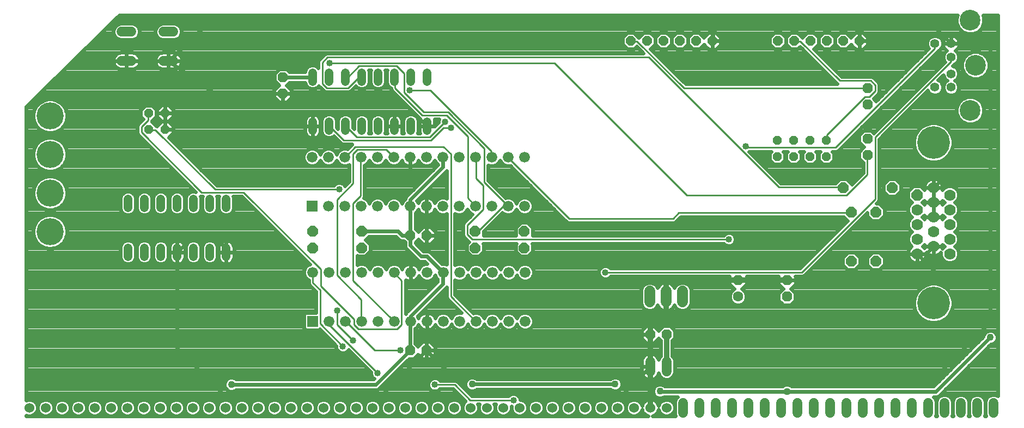
<source format=gbl>
G75*
%MOIN*%
%OFA0B0*%
%FSLAX25Y25*%
%IPPOS*%
%LPD*%
%AMOC8*
5,1,8,0,0,1.08239X$1,22.5*
%
%ADD10C,0.07000*%
%ADD11OC8,0.07000*%
%ADD12C,0.20000*%
%ADD13R,0.06600X0.06600*%
%ADD14C,0.06600*%
%ADD15C,0.05543*%
%ADD16C,0.12661*%
%ADD17OC8,0.06300*%
%ADD18C,0.06300*%
%ADD19C,0.05200*%
%ADD20OC8,0.05600*%
%ADD21OC8,0.06000*%
%ADD22C,0.06000*%
%ADD23OC8,0.06600*%
%ADD24C,0.06000*%
%ADD25C,0.06600*%
%ADD26C,0.02400*%
%ADD27C,0.03200*%
%ADD28C,0.04356*%
%ADD29C,0.01000*%
%ADD30C,0.04000*%
%ADD31C,0.16598*%
D10*
X0552476Y0106708D03*
X0562476Y0111208D03*
X0572476Y0115708D03*
X0562476Y0120208D03*
X0552476Y0124708D03*
X0562476Y0129208D03*
X0572476Y0133708D03*
X0562476Y0138208D03*
X0572476Y0142708D03*
X0562476Y0147208D03*
X0552476Y0133708D03*
X0572476Y0124708D03*
X0552476Y0115708D03*
X0572476Y0106708D03*
D11*
X0552476Y0142708D03*
D12*
X0562476Y0174877D03*
X0562476Y0076452D03*
D13*
X0182476Y0065350D03*
X0182279Y0135861D03*
D14*
X0192279Y0135861D03*
X0202279Y0135861D03*
X0212279Y0135861D03*
X0222279Y0135861D03*
X0232279Y0135861D03*
X0242279Y0135861D03*
X0252279Y0135861D03*
X0262279Y0135861D03*
X0272279Y0135861D03*
X0282279Y0135861D03*
X0292279Y0135861D03*
X0302279Y0135861D03*
X0312279Y0135861D03*
X0312279Y0165861D03*
X0302279Y0165861D03*
X0292279Y0165861D03*
X0282279Y0165861D03*
X0272279Y0165861D03*
X0262279Y0165861D03*
X0252279Y0165861D03*
X0242279Y0165861D03*
X0232279Y0165861D03*
X0222279Y0165861D03*
X0212279Y0165861D03*
X0202279Y0165861D03*
X0192279Y0165861D03*
X0182279Y0165861D03*
X0182476Y0095350D03*
X0192476Y0095350D03*
X0202476Y0095350D03*
X0212476Y0095350D03*
X0222476Y0095350D03*
X0232476Y0095350D03*
X0242476Y0095350D03*
X0252476Y0095350D03*
X0262476Y0095350D03*
X0272476Y0095350D03*
X0282476Y0095350D03*
X0292476Y0095350D03*
X0302476Y0095350D03*
X0312476Y0095350D03*
X0312476Y0065350D03*
X0302476Y0065350D03*
X0292476Y0065350D03*
X0282476Y0065350D03*
X0272476Y0065350D03*
X0262476Y0065350D03*
X0252476Y0065350D03*
X0242476Y0065350D03*
X0232476Y0065350D03*
X0222476Y0065350D03*
X0212476Y0065350D03*
X0202476Y0065350D03*
X0192476Y0065350D03*
D15*
X0563420Y0208814D03*
X0573263Y0208814D03*
X0573263Y0217082D03*
X0573263Y0227318D03*
X0573263Y0235586D03*
X0563420Y0235586D03*
D16*
X0585074Y0249838D03*
X0588224Y0222200D03*
X0585074Y0194523D03*
D17*
X0522200Y0198145D03*
X0522200Y0208145D03*
X0522200Y0177239D03*
X0522200Y0167239D03*
X0472869Y0090468D03*
X0472869Y0080468D03*
X0442948Y0090468D03*
X0399129Y0057318D03*
X0389129Y0057318D03*
X0252239Y0047515D03*
X0242239Y0047515D03*
X0242436Y0117909D03*
X0252436Y0117909D03*
X0164326Y0204917D03*
X0164326Y0214917D03*
D18*
X0442948Y0080468D03*
D19*
X0252633Y0182395D02*
X0252633Y0187595D01*
X0242633Y0187595D02*
X0242633Y0182395D01*
X0232633Y0182395D02*
X0232633Y0187595D01*
X0222633Y0187595D02*
X0222633Y0182395D01*
X0212633Y0182395D02*
X0212633Y0187595D01*
X0202633Y0187595D02*
X0202633Y0182395D01*
X0192633Y0182395D02*
X0192633Y0187595D01*
X0182633Y0187595D02*
X0182633Y0182395D01*
X0182633Y0212395D02*
X0182633Y0217595D01*
X0192633Y0217595D02*
X0192633Y0212395D01*
X0202633Y0212395D02*
X0202633Y0217595D01*
X0212633Y0217595D02*
X0212633Y0212395D01*
X0222633Y0212395D02*
X0222633Y0217595D01*
X0232633Y0217595D02*
X0232633Y0212395D01*
X0242633Y0212395D02*
X0242633Y0217595D01*
X0252633Y0217595D02*
X0252633Y0212395D01*
X0129641Y0140272D02*
X0129641Y0135072D01*
X0119641Y0135072D02*
X0119641Y0140272D01*
X0109641Y0140272D02*
X0109641Y0135072D01*
X0099641Y0135072D02*
X0099641Y0140272D01*
X0089641Y0140272D02*
X0089641Y0135072D01*
X0079641Y0135072D02*
X0079641Y0140272D01*
X0069641Y0140272D02*
X0069641Y0135072D01*
X0069641Y0110272D02*
X0069641Y0105072D01*
X0079641Y0105072D02*
X0079641Y0110272D01*
X0089641Y0110272D02*
X0089641Y0105072D01*
X0099641Y0105072D02*
X0099641Y0110272D01*
X0109641Y0110272D02*
X0109641Y0105072D01*
X0119641Y0105072D02*
X0119641Y0110272D01*
X0129641Y0110272D02*
X0129641Y0105072D01*
D20*
X0092200Y0182909D03*
X0082200Y0182909D03*
X0082200Y0192909D03*
X0092200Y0192909D03*
X0466924Y0176294D03*
X0476924Y0176294D03*
X0486924Y0176294D03*
X0496924Y0176294D03*
X0496924Y0166294D03*
X0486924Y0166294D03*
X0476924Y0166294D03*
X0466924Y0166294D03*
D21*
X0467200Y0237200D03*
X0477200Y0237200D03*
X0487200Y0237200D03*
X0497200Y0237200D03*
X0507200Y0237200D03*
X0517200Y0237200D03*
X0427200Y0237200D03*
X0417200Y0237200D03*
X0407200Y0237200D03*
X0397200Y0237200D03*
X0387200Y0237200D03*
X0377200Y0237200D03*
D22*
X0097370Y0242832D02*
X0091370Y0242832D01*
X0071770Y0242832D02*
X0065770Y0242832D01*
X0065770Y0225032D02*
X0071770Y0225032D01*
X0091370Y0225032D02*
X0097370Y0225032D01*
X0389129Y0040633D02*
X0389129Y0034633D01*
X0399129Y0034633D02*
X0399129Y0040633D01*
X0409208Y0015436D02*
X0409208Y0009436D01*
X0419208Y0009436D02*
X0419208Y0015436D01*
X0429208Y0015436D02*
X0429208Y0009436D01*
X0439208Y0009436D02*
X0439208Y0015436D01*
X0449208Y0015436D02*
X0449208Y0009436D01*
X0459208Y0009436D02*
X0459208Y0015436D01*
X0469208Y0015436D02*
X0469208Y0009436D01*
X0479208Y0009436D02*
X0479208Y0015436D01*
X0489208Y0015436D02*
X0489208Y0009436D01*
X0499208Y0009436D02*
X0499208Y0015436D01*
X0509208Y0015436D02*
X0509208Y0009436D01*
X0519208Y0009436D02*
X0519208Y0015436D01*
X0529208Y0015436D02*
X0529208Y0009436D01*
X0539208Y0009436D02*
X0539208Y0015436D01*
X0549208Y0015436D02*
X0549208Y0009436D01*
X0559208Y0009436D02*
X0559208Y0015436D01*
X0569208Y0015436D02*
X0569208Y0009436D01*
X0579208Y0009436D02*
X0579208Y0015436D01*
X0589208Y0015436D02*
X0589208Y0009436D01*
X0599208Y0009436D02*
X0599208Y0015436D01*
D23*
X0527200Y0102200D03*
X0512200Y0102200D03*
X0512200Y0132200D03*
X0527200Y0132200D03*
X0537200Y0147200D03*
X0507200Y0147200D03*
X0312082Y0120546D03*
X0312082Y0110428D03*
X0282082Y0110428D03*
X0282082Y0120546D03*
X0212672Y0120546D03*
X0212476Y0110428D03*
X0182476Y0110428D03*
X0182672Y0120546D03*
D24*
X0179208Y0012436D03*
X0189208Y0012436D03*
X0199208Y0012436D03*
X0209208Y0012436D03*
X0219208Y0012436D03*
X0229208Y0012436D03*
X0239208Y0012436D03*
X0249208Y0012436D03*
X0259208Y0012436D03*
X0269208Y0012436D03*
X0279208Y0012436D03*
X0289208Y0012436D03*
X0299208Y0012436D03*
X0309208Y0012436D03*
X0319208Y0012436D03*
X0329208Y0012436D03*
X0339208Y0012436D03*
X0349208Y0012436D03*
X0359208Y0012436D03*
X0369208Y0012436D03*
X0379208Y0012436D03*
X0389208Y0012436D03*
X0399208Y0012436D03*
X0169208Y0012436D03*
X0159208Y0012436D03*
X0149208Y0012436D03*
X0139208Y0012436D03*
X0129208Y0012436D03*
X0119208Y0012436D03*
X0109208Y0012436D03*
X0099208Y0012436D03*
X0089208Y0012436D03*
X0079208Y0012436D03*
X0069208Y0012436D03*
X0059208Y0012436D03*
X0049208Y0012436D03*
X0039208Y0012436D03*
X0029208Y0012436D03*
X0019208Y0012436D03*
X0009208Y0012436D03*
D25*
X0388854Y0077207D02*
X0388854Y0083807D01*
X0398854Y0083807D02*
X0398854Y0077207D01*
X0408854Y0077207D02*
X0408854Y0083807D01*
D26*
X0007400Y0007773D02*
X0007400Y0007400D01*
X0387880Y0007400D01*
X0387212Y0007617D01*
X0386482Y0007989D01*
X0385820Y0008470D01*
X0385242Y0009049D01*
X0384760Y0009711D01*
X0384389Y0010440D01*
X0384136Y0011219D01*
X0384130Y0011254D01*
X0383447Y0009604D01*
X0382040Y0008197D01*
X0380202Y0007436D01*
X0378213Y0007436D01*
X0376376Y0008197D01*
X0374969Y0009604D01*
X0374208Y0011442D01*
X0374208Y0013431D01*
X0374969Y0015268D01*
X0376376Y0016675D01*
X0378213Y0017436D01*
X0380202Y0017436D01*
X0382040Y0016675D01*
X0383447Y0015268D01*
X0384130Y0013618D01*
X0384136Y0013654D01*
X0384389Y0014432D01*
X0384760Y0015162D01*
X0385242Y0015824D01*
X0385820Y0016403D01*
X0386482Y0016884D01*
X0387212Y0017255D01*
X0387990Y0017508D01*
X0388799Y0017636D01*
X0389208Y0017636D01*
X0389208Y0012436D01*
X0389129Y0012515D01*
X0389208Y0012436D02*
X0389208Y0017636D01*
X0389617Y0017636D01*
X0390426Y0017508D01*
X0391204Y0017255D01*
X0391933Y0016884D01*
X0392595Y0016403D01*
X0393174Y0015824D01*
X0393655Y0015162D01*
X0394027Y0014432D01*
X0394280Y0013654D01*
X0394285Y0013618D01*
X0394969Y0015268D01*
X0396376Y0016675D01*
X0398213Y0017436D01*
X0400202Y0017436D01*
X0402040Y0016675D01*
X0403447Y0015268D01*
X0404208Y0013431D01*
X0404208Y0011442D01*
X0403447Y0009604D01*
X0402040Y0008197D01*
X0400202Y0007436D01*
X0398213Y0007436D01*
X0396376Y0008197D01*
X0394969Y0009604D01*
X0394285Y0011254D01*
X0394280Y0011219D01*
X0394027Y0010440D01*
X0393655Y0009711D01*
X0393174Y0009049D01*
X0392595Y0008470D01*
X0391933Y0007989D01*
X0391204Y0007617D01*
X0390535Y0007400D01*
X0404639Y0007400D01*
X0404208Y0008442D01*
X0404208Y0016431D01*
X0404969Y0018268D01*
X0405779Y0019079D01*
X0397625Y0019079D01*
X0397480Y0018934D01*
X0395944Y0018298D01*
X0394282Y0018298D01*
X0392747Y0018934D01*
X0391571Y0020109D01*
X0390935Y0021645D01*
X0390935Y0023307D01*
X0391571Y0024842D01*
X0392747Y0026017D01*
X0394282Y0026654D01*
X0395944Y0026654D01*
X0397480Y0026017D01*
X0398019Y0025479D01*
X0470161Y0025479D01*
X0470503Y0025821D01*
X0472038Y0026457D01*
X0473700Y0026457D01*
X0475236Y0025821D01*
X0475578Y0025479D01*
X0562686Y0025479D01*
X0593101Y0055894D01*
X0593101Y0056377D01*
X0593737Y0057913D01*
X0594912Y0059088D01*
X0596448Y0059724D01*
X0598110Y0059724D01*
X0599645Y0059088D01*
X0600821Y0057913D01*
X0601457Y0056377D01*
X0601457Y0054715D01*
X0600821Y0053180D01*
X0599645Y0052005D01*
X0598110Y0051369D01*
X0597626Y0051369D01*
X0565824Y0019566D01*
X0564648Y0019079D01*
X0562636Y0019079D01*
X0563447Y0018268D01*
X0564208Y0016431D01*
X0564208Y0008442D01*
X0564639Y0007400D01*
X0563776Y0007400D01*
X0564208Y0008442D01*
X0564208Y0016431D01*
X0564969Y0018268D01*
X0566376Y0019675D01*
X0568213Y0020436D01*
X0570202Y0020436D01*
X0572040Y0019675D01*
X0573447Y0018268D01*
X0574208Y0016431D01*
X0574208Y0008442D01*
X0574639Y0007400D01*
X0573776Y0007400D01*
X0574208Y0008442D01*
X0574208Y0016431D01*
X0574969Y0018268D01*
X0576376Y0019675D01*
X0578213Y0020436D01*
X0580202Y0020436D01*
X0582040Y0019675D01*
X0583447Y0018268D01*
X0584208Y0016431D01*
X0584208Y0008442D01*
X0584639Y0007400D01*
X0583776Y0007400D01*
X0584208Y0008442D01*
X0584208Y0016431D01*
X0584969Y0018268D01*
X0586376Y0019675D01*
X0588213Y0020436D01*
X0590202Y0020436D01*
X0592040Y0019675D01*
X0593447Y0018268D01*
X0594208Y0016431D01*
X0594208Y0008442D01*
X0594639Y0007400D01*
X0593776Y0007400D01*
X0594208Y0008442D01*
X0594208Y0016431D01*
X0594969Y0018268D01*
X0596376Y0019675D01*
X0598213Y0020436D01*
X0600202Y0020436D01*
X0602000Y0019692D01*
X0602000Y0252906D01*
X0592820Y0252906D01*
X0593405Y0251495D01*
X0593405Y0248181D01*
X0592136Y0245119D01*
X0589793Y0242775D01*
X0586731Y0241507D01*
X0583417Y0241507D01*
X0580355Y0242775D01*
X0578012Y0245119D01*
X0576743Y0248181D01*
X0576743Y0251495D01*
X0577328Y0252906D01*
X0064330Y0252906D01*
X0007400Y0196872D01*
X0007400Y0017099D01*
X0008213Y0017436D01*
X0010202Y0017436D01*
X0012040Y0016675D01*
X0013447Y0015268D01*
X0014208Y0013431D01*
X0014208Y0011442D01*
X0014969Y0009604D01*
X0016376Y0008197D01*
X0018213Y0007436D01*
X0020202Y0007436D01*
X0022040Y0008197D01*
X0023447Y0009604D01*
X0024208Y0011442D01*
X0024969Y0009604D01*
X0026376Y0008197D01*
X0028213Y0007436D01*
X0030202Y0007436D01*
X0032040Y0008197D01*
X0033447Y0009604D01*
X0034208Y0011442D01*
X0034969Y0009604D01*
X0036376Y0008197D01*
X0038213Y0007436D01*
X0040202Y0007436D01*
X0042040Y0008197D01*
X0043447Y0009604D01*
X0044208Y0011442D01*
X0044969Y0009604D01*
X0046376Y0008197D01*
X0048213Y0007436D01*
X0050202Y0007436D01*
X0052040Y0008197D01*
X0053447Y0009604D01*
X0054208Y0011442D01*
X0054969Y0009604D01*
X0056376Y0008197D01*
X0058213Y0007436D01*
X0060202Y0007436D01*
X0062040Y0008197D01*
X0063447Y0009604D01*
X0064208Y0011442D01*
X0064969Y0009604D01*
X0066376Y0008197D01*
X0068213Y0007436D01*
X0070202Y0007436D01*
X0072040Y0008197D01*
X0073447Y0009604D01*
X0074208Y0011442D01*
X0074969Y0009604D01*
X0076376Y0008197D01*
X0078213Y0007436D01*
X0080202Y0007436D01*
X0082040Y0008197D01*
X0083447Y0009604D01*
X0084208Y0011442D01*
X0084969Y0009604D01*
X0086376Y0008197D01*
X0088213Y0007436D01*
X0090202Y0007436D01*
X0092040Y0008197D01*
X0093447Y0009604D01*
X0094208Y0011442D01*
X0094969Y0009604D01*
X0096376Y0008197D01*
X0098213Y0007436D01*
X0100202Y0007436D01*
X0102040Y0008197D01*
X0103447Y0009604D01*
X0104208Y0011442D01*
X0104969Y0009604D01*
X0106376Y0008197D01*
X0108213Y0007436D01*
X0110202Y0007436D01*
X0112040Y0008197D01*
X0113447Y0009604D01*
X0114208Y0011442D01*
X0114969Y0009604D01*
X0116376Y0008197D01*
X0118213Y0007436D01*
X0120202Y0007436D01*
X0122040Y0008197D01*
X0123447Y0009604D01*
X0124208Y0011442D01*
X0124969Y0009604D01*
X0126376Y0008197D01*
X0128213Y0007436D01*
X0130202Y0007436D01*
X0132040Y0008197D01*
X0133447Y0009604D01*
X0134208Y0011442D01*
X0134969Y0009604D01*
X0136376Y0008197D01*
X0138213Y0007436D01*
X0140202Y0007436D01*
X0142040Y0008197D01*
X0143447Y0009604D01*
X0144208Y0011442D01*
X0144969Y0009604D01*
X0146376Y0008197D01*
X0148213Y0007436D01*
X0150202Y0007436D01*
X0152040Y0008197D01*
X0153447Y0009604D01*
X0154208Y0011442D01*
X0154969Y0009604D01*
X0156376Y0008197D01*
X0158213Y0007436D01*
X0160202Y0007436D01*
X0162040Y0008197D01*
X0163447Y0009604D01*
X0164208Y0011442D01*
X0164969Y0009604D01*
X0166376Y0008197D01*
X0168213Y0007436D01*
X0170202Y0007436D01*
X0172040Y0008197D01*
X0173447Y0009604D01*
X0174208Y0011442D01*
X0174969Y0009604D01*
X0176376Y0008197D01*
X0178213Y0007436D01*
X0180202Y0007436D01*
X0182040Y0008197D01*
X0183447Y0009604D01*
X0184208Y0011442D01*
X0184969Y0009604D01*
X0186376Y0008197D01*
X0188213Y0007436D01*
X0190202Y0007436D01*
X0192040Y0008197D01*
X0193447Y0009604D01*
X0194208Y0011442D01*
X0194969Y0009604D01*
X0196376Y0008197D01*
X0198213Y0007436D01*
X0200202Y0007436D01*
X0202040Y0008197D01*
X0203447Y0009604D01*
X0204208Y0011442D01*
X0204969Y0009604D01*
X0206376Y0008197D01*
X0208213Y0007436D01*
X0210202Y0007436D01*
X0212040Y0008197D01*
X0213447Y0009604D01*
X0214208Y0011442D01*
X0214969Y0009604D01*
X0216376Y0008197D01*
X0218213Y0007436D01*
X0220202Y0007436D01*
X0222040Y0008197D01*
X0223447Y0009604D01*
X0224208Y0011442D01*
X0224969Y0009604D01*
X0226376Y0008197D01*
X0228213Y0007436D01*
X0230202Y0007436D01*
X0232040Y0008197D01*
X0233447Y0009604D01*
X0234208Y0011442D01*
X0234969Y0009604D01*
X0236376Y0008197D01*
X0238213Y0007436D01*
X0240202Y0007436D01*
X0242040Y0008197D01*
X0243447Y0009604D01*
X0244208Y0011442D01*
X0244969Y0009604D01*
X0246376Y0008197D01*
X0248213Y0007436D01*
X0250202Y0007436D01*
X0252040Y0008197D01*
X0253447Y0009604D01*
X0254208Y0011442D01*
X0254969Y0009604D01*
X0256376Y0008197D01*
X0258213Y0007436D01*
X0260202Y0007436D01*
X0262040Y0008197D01*
X0263447Y0009604D01*
X0264208Y0011442D01*
X0264969Y0009604D01*
X0266376Y0008197D01*
X0268213Y0007436D01*
X0270202Y0007436D01*
X0272040Y0008197D01*
X0273447Y0009604D01*
X0274208Y0011442D01*
X0274969Y0009604D01*
X0276376Y0008197D01*
X0278213Y0007436D01*
X0280202Y0007436D01*
X0282040Y0008197D01*
X0283447Y0009604D01*
X0284208Y0011442D01*
X0284969Y0009604D01*
X0286376Y0008197D01*
X0288213Y0007436D01*
X0290202Y0007436D01*
X0292040Y0008197D01*
X0293447Y0009604D01*
X0294208Y0011442D01*
X0294969Y0009604D01*
X0296376Y0008197D01*
X0298213Y0007436D01*
X0300202Y0007436D01*
X0302040Y0008197D01*
X0303447Y0009604D01*
X0304208Y0011442D01*
X0304969Y0009604D01*
X0306376Y0008197D01*
X0308213Y0007436D01*
X0310202Y0007436D01*
X0312040Y0008197D01*
X0313447Y0009604D01*
X0314208Y0011442D01*
X0314969Y0009604D01*
X0316376Y0008197D01*
X0318213Y0007436D01*
X0320202Y0007436D01*
X0322040Y0008197D01*
X0323447Y0009604D01*
X0324208Y0011442D01*
X0324969Y0009604D01*
X0326376Y0008197D01*
X0328213Y0007436D01*
X0330202Y0007436D01*
X0332040Y0008197D01*
X0333447Y0009604D01*
X0334208Y0011442D01*
X0334969Y0009604D01*
X0336376Y0008197D01*
X0338213Y0007436D01*
X0340202Y0007436D01*
X0342040Y0008197D01*
X0343447Y0009604D01*
X0344208Y0011442D01*
X0344969Y0009604D01*
X0346376Y0008197D01*
X0348213Y0007436D01*
X0350202Y0007436D01*
X0352040Y0008197D01*
X0353447Y0009604D01*
X0354208Y0011442D01*
X0354969Y0009604D01*
X0356376Y0008197D01*
X0358213Y0007436D01*
X0360202Y0007436D01*
X0362040Y0008197D01*
X0363447Y0009604D01*
X0364208Y0011442D01*
X0364969Y0009604D01*
X0366376Y0008197D01*
X0368213Y0007436D01*
X0370202Y0007436D01*
X0372040Y0008197D01*
X0373447Y0009604D01*
X0374208Y0011442D01*
X0374208Y0013431D01*
X0373447Y0015268D01*
X0372040Y0016675D01*
X0370202Y0017436D01*
X0368213Y0017436D01*
X0366376Y0016675D01*
X0364969Y0015268D01*
X0364208Y0013431D01*
X0364208Y0011442D01*
X0364208Y0013431D01*
X0363447Y0015268D01*
X0362040Y0016675D01*
X0360202Y0017436D01*
X0358213Y0017436D01*
X0356376Y0016675D01*
X0354969Y0015268D01*
X0354208Y0013431D01*
X0354208Y0011442D01*
X0354208Y0013431D01*
X0353447Y0015268D01*
X0352040Y0016675D01*
X0350202Y0017436D01*
X0348213Y0017436D01*
X0346376Y0016675D01*
X0344969Y0015268D01*
X0344208Y0013431D01*
X0344208Y0011442D01*
X0344208Y0013431D01*
X0343447Y0015268D01*
X0342040Y0016675D01*
X0340202Y0017436D01*
X0338213Y0017436D01*
X0336376Y0016675D01*
X0334969Y0015268D01*
X0334208Y0013431D01*
X0334208Y0011442D01*
X0334208Y0013431D01*
X0333447Y0015268D01*
X0332040Y0016675D01*
X0330202Y0017436D01*
X0328213Y0017436D01*
X0326376Y0016675D01*
X0324969Y0015268D01*
X0324208Y0013431D01*
X0324208Y0011442D01*
X0324208Y0013431D01*
X0323447Y0015268D01*
X0322040Y0016675D01*
X0320202Y0017436D01*
X0318213Y0017436D01*
X0316376Y0016675D01*
X0314969Y0015268D01*
X0314208Y0013431D01*
X0314208Y0011442D01*
X0314208Y0013431D01*
X0313447Y0015268D01*
X0312040Y0016675D01*
X0310202Y0017436D01*
X0309500Y0017436D01*
X0309500Y0017846D01*
X0308891Y0019316D01*
X0307766Y0020441D01*
X0306296Y0021050D01*
X0304704Y0021050D01*
X0303234Y0020441D01*
X0302343Y0019550D01*
X0279986Y0019550D01*
X0270916Y0028619D01*
X0269997Y0029000D01*
X0260507Y0029000D01*
X0259616Y0029891D01*
X0258146Y0030500D01*
X0256554Y0030500D01*
X0255084Y0029891D01*
X0253959Y0028766D01*
X0253350Y0027296D01*
X0253350Y0025704D01*
X0253959Y0024234D01*
X0255084Y0023109D01*
X0256554Y0022500D01*
X0258146Y0022500D01*
X0259616Y0023109D01*
X0260507Y0024000D01*
X0268464Y0024000D01*
X0276083Y0016382D01*
X0274969Y0015268D01*
X0274208Y0013431D01*
X0274208Y0011442D01*
X0274208Y0013431D01*
X0273447Y0015268D01*
X0272040Y0016675D01*
X0270202Y0017436D01*
X0268213Y0017436D01*
X0266376Y0016675D01*
X0264969Y0015268D01*
X0264208Y0013431D01*
X0264208Y0011442D01*
X0264208Y0013431D01*
X0263447Y0015268D01*
X0262040Y0016675D01*
X0260202Y0017436D01*
X0258213Y0017436D01*
X0256376Y0016675D01*
X0254969Y0015268D01*
X0254208Y0013431D01*
X0254208Y0011442D01*
X0254208Y0013431D01*
X0253447Y0015268D01*
X0252040Y0016675D01*
X0250202Y0017436D01*
X0248213Y0017436D01*
X0246376Y0016675D01*
X0244969Y0015268D01*
X0244208Y0013431D01*
X0244208Y0011442D01*
X0244208Y0013431D01*
X0243447Y0015268D01*
X0242040Y0016675D01*
X0240202Y0017436D01*
X0238213Y0017436D01*
X0236376Y0016675D01*
X0234969Y0015268D01*
X0234208Y0013431D01*
X0234208Y0011442D01*
X0234208Y0013431D01*
X0233447Y0015268D01*
X0232040Y0016675D01*
X0230202Y0017436D01*
X0228213Y0017436D01*
X0226376Y0016675D01*
X0224969Y0015268D01*
X0224208Y0013431D01*
X0224208Y0011442D01*
X0224208Y0013431D01*
X0223447Y0015268D01*
X0222040Y0016675D01*
X0220202Y0017436D01*
X0218213Y0017436D01*
X0216376Y0016675D01*
X0214969Y0015268D01*
X0214208Y0013431D01*
X0214208Y0011442D01*
X0214208Y0013431D01*
X0213447Y0015268D01*
X0212040Y0016675D01*
X0210202Y0017436D01*
X0208213Y0017436D01*
X0206376Y0016675D01*
X0204969Y0015268D01*
X0204208Y0013431D01*
X0204208Y0011442D01*
X0204208Y0013431D01*
X0203447Y0015268D01*
X0202040Y0016675D01*
X0200202Y0017436D01*
X0198213Y0017436D01*
X0196376Y0016675D01*
X0194969Y0015268D01*
X0194208Y0013431D01*
X0194208Y0011442D01*
X0194208Y0013431D01*
X0193447Y0015268D01*
X0192040Y0016675D01*
X0190202Y0017436D01*
X0188213Y0017436D01*
X0186376Y0016675D01*
X0184969Y0015268D01*
X0184208Y0013431D01*
X0184208Y0011442D01*
X0184208Y0013431D01*
X0183447Y0015268D01*
X0182040Y0016675D01*
X0180202Y0017436D01*
X0178213Y0017436D01*
X0176376Y0016675D01*
X0174969Y0015268D01*
X0174208Y0013431D01*
X0174208Y0011442D01*
X0174208Y0013431D01*
X0173447Y0015268D01*
X0172040Y0016675D01*
X0170202Y0017436D01*
X0168213Y0017436D01*
X0166376Y0016675D01*
X0164969Y0015268D01*
X0164208Y0013431D01*
X0164208Y0011442D01*
X0164208Y0013431D01*
X0163447Y0015268D01*
X0162040Y0016675D01*
X0160202Y0017436D01*
X0158213Y0017436D01*
X0156376Y0016675D01*
X0154969Y0015268D01*
X0154208Y0013431D01*
X0154208Y0011442D01*
X0154208Y0013431D01*
X0153447Y0015268D01*
X0152040Y0016675D01*
X0150202Y0017436D01*
X0148213Y0017436D01*
X0146376Y0016675D01*
X0144969Y0015268D01*
X0144208Y0013431D01*
X0144208Y0011442D01*
X0144208Y0013431D01*
X0143447Y0015268D01*
X0142040Y0016675D01*
X0140202Y0017436D01*
X0138213Y0017436D01*
X0136376Y0016675D01*
X0134969Y0015268D01*
X0134208Y0013431D01*
X0134208Y0011442D01*
X0134208Y0013431D01*
X0133447Y0015268D01*
X0132040Y0016675D01*
X0130202Y0017436D01*
X0128213Y0017436D01*
X0126376Y0016675D01*
X0124969Y0015268D01*
X0124208Y0013431D01*
X0124208Y0011442D01*
X0124208Y0013431D01*
X0123447Y0015268D01*
X0122040Y0016675D01*
X0120202Y0017436D01*
X0118213Y0017436D01*
X0116376Y0016675D01*
X0114969Y0015268D01*
X0114208Y0013431D01*
X0114208Y0011442D01*
X0114208Y0013431D01*
X0113447Y0015268D01*
X0112040Y0016675D01*
X0110202Y0017436D01*
X0108213Y0017436D01*
X0106376Y0016675D01*
X0104969Y0015268D01*
X0104208Y0013431D01*
X0104208Y0011442D01*
X0104208Y0013431D01*
X0103447Y0015268D01*
X0102040Y0016675D01*
X0100202Y0017436D01*
X0098213Y0017436D01*
X0096376Y0016675D01*
X0094969Y0015268D01*
X0094208Y0013431D01*
X0094208Y0011442D01*
X0094208Y0013431D01*
X0093447Y0015268D01*
X0092040Y0016675D01*
X0090202Y0017436D01*
X0088213Y0017436D01*
X0086376Y0016675D01*
X0084969Y0015268D01*
X0084208Y0013431D01*
X0084208Y0011442D01*
X0084208Y0013431D01*
X0083447Y0015268D01*
X0082040Y0016675D01*
X0080202Y0017436D01*
X0078213Y0017436D01*
X0076376Y0016675D01*
X0074969Y0015268D01*
X0074208Y0013431D01*
X0074208Y0011442D01*
X0074208Y0013431D01*
X0073447Y0015268D01*
X0072040Y0016675D01*
X0070202Y0017436D01*
X0068213Y0017436D01*
X0066376Y0016675D01*
X0064969Y0015268D01*
X0064208Y0013431D01*
X0064208Y0011442D01*
X0064208Y0013431D01*
X0063447Y0015268D01*
X0062040Y0016675D01*
X0060202Y0017436D01*
X0058213Y0017436D01*
X0056376Y0016675D01*
X0054969Y0015268D01*
X0054208Y0013431D01*
X0054208Y0011442D01*
X0054208Y0013431D01*
X0053447Y0015268D01*
X0052040Y0016675D01*
X0050202Y0017436D01*
X0048213Y0017436D01*
X0046376Y0016675D01*
X0044969Y0015268D01*
X0044208Y0013431D01*
X0044208Y0011442D01*
X0044208Y0013431D01*
X0043447Y0015268D01*
X0042040Y0016675D01*
X0040202Y0017436D01*
X0038213Y0017436D01*
X0036376Y0016675D01*
X0034969Y0015268D01*
X0034208Y0013431D01*
X0034208Y0011442D01*
X0034208Y0013431D01*
X0033447Y0015268D01*
X0032040Y0016675D01*
X0030202Y0017436D01*
X0028213Y0017436D01*
X0026376Y0016675D01*
X0024969Y0015268D01*
X0024208Y0013431D01*
X0024208Y0011442D01*
X0024208Y0013431D01*
X0023447Y0015268D01*
X0022040Y0016675D01*
X0020202Y0017436D01*
X0018213Y0017436D01*
X0016376Y0016675D01*
X0014969Y0015268D01*
X0014208Y0013431D01*
X0014208Y0011442D01*
X0013447Y0009604D01*
X0012040Y0008197D01*
X0010202Y0007436D01*
X0008213Y0007436D01*
X0007400Y0007773D01*
X0013238Y0009396D02*
X0015177Y0009396D01*
X0014208Y0011794D02*
X0014208Y0011794D01*
X0013892Y0014193D02*
X0014523Y0014193D01*
X0016292Y0016591D02*
X0012124Y0016591D01*
X0007400Y0018990D02*
X0273475Y0018990D01*
X0272124Y0016591D02*
X0275873Y0016591D01*
X0274523Y0014193D02*
X0273892Y0014193D01*
X0274208Y0011794D02*
X0274208Y0011794D01*
X0273238Y0009396D02*
X0275177Y0009396D01*
X0283238Y0009396D02*
X0285177Y0009396D01*
X0284208Y0011442D02*
X0284208Y0013431D01*
X0284671Y0014550D01*
X0283744Y0014550D01*
X0284208Y0013431D01*
X0284208Y0011442D01*
X0284208Y0011794D02*
X0284208Y0011794D01*
X0283892Y0014193D02*
X0284523Y0014193D01*
X0293744Y0014550D02*
X0294671Y0014550D01*
X0294208Y0013431D01*
X0294208Y0011442D01*
X0294208Y0013431D01*
X0293744Y0014550D01*
X0293892Y0014193D02*
X0294523Y0014193D01*
X0294208Y0011794D02*
X0294208Y0011794D01*
X0293238Y0009396D02*
X0295177Y0009396D01*
X0303238Y0009396D02*
X0305177Y0009396D01*
X0304208Y0011442D02*
X0304208Y0013256D01*
X0304208Y0013256D01*
X0304208Y0011442D01*
X0304208Y0011794D02*
X0304208Y0011794D01*
X0313238Y0009396D02*
X0315177Y0009396D01*
X0314208Y0011794D02*
X0314208Y0011794D01*
X0313892Y0014193D02*
X0314523Y0014193D01*
X0316292Y0016591D02*
X0312124Y0016591D01*
X0309026Y0018990D02*
X0392691Y0018990D01*
X0392336Y0016591D02*
X0396292Y0016591D01*
X0397536Y0018990D02*
X0405690Y0018990D01*
X0404274Y0016591D02*
X0402124Y0016591D01*
X0403892Y0014193D02*
X0404208Y0014193D01*
X0404208Y0011794D02*
X0404208Y0011794D01*
X0404208Y0009396D02*
X0403238Y0009396D01*
X0395177Y0009396D02*
X0393426Y0009396D01*
X0389208Y0012436D02*
X0389208Y0012436D01*
X0389208Y0014193D02*
X0389208Y0014193D01*
X0389208Y0016591D02*
X0389208Y0016591D01*
X0386080Y0016591D02*
X0382124Y0016591D01*
X0383892Y0014193D02*
X0384311Y0014193D01*
X0376292Y0016591D02*
X0372124Y0016591D01*
X0373892Y0014193D02*
X0374523Y0014193D01*
X0374208Y0011794D02*
X0374208Y0011794D01*
X0373238Y0009396D02*
X0375177Y0009396D01*
X0383238Y0009396D02*
X0384989Y0009396D01*
X0394105Y0014193D02*
X0394523Y0014193D01*
X0391042Y0021388D02*
X0278147Y0021388D01*
X0278657Y0021098D02*
X0252239Y0047515D01*
X0252239Y0052865D01*
X0250023Y0052865D01*
X0247098Y0049940D01*
X0245439Y0051598D01*
X0245439Y0060841D01*
X0245478Y0060856D01*
X0246969Y0062347D01*
X0247361Y0063294D01*
X0247379Y0063238D01*
X0247772Y0062467D01*
X0248280Y0061767D01*
X0248893Y0061154D01*
X0249593Y0060646D01*
X0250364Y0060253D01*
X0251188Y0059985D01*
X0252043Y0059850D01*
X0252476Y0059850D01*
X0252908Y0059850D01*
X0253764Y0059985D01*
X0254587Y0060253D01*
X0255358Y0060646D01*
X0256059Y0061154D01*
X0256671Y0061767D01*
X0257180Y0062467D01*
X0257573Y0063238D01*
X0257591Y0063294D01*
X0257982Y0062347D01*
X0259473Y0060856D01*
X0261421Y0060050D01*
X0263530Y0060050D01*
X0265478Y0060856D01*
X0266969Y0062347D01*
X0267476Y0063571D01*
X0267982Y0062347D01*
X0269473Y0060856D01*
X0271421Y0060050D01*
X0273530Y0060050D01*
X0275478Y0060856D01*
X0276969Y0062347D01*
X0277476Y0063571D01*
X0277982Y0062347D01*
X0279473Y0060856D01*
X0281421Y0060050D01*
X0283530Y0060050D01*
X0285478Y0060856D01*
X0286969Y0062347D01*
X0287476Y0063571D01*
X0287982Y0062347D01*
X0289473Y0060856D01*
X0291421Y0060050D01*
X0293530Y0060050D01*
X0295478Y0060856D01*
X0296969Y0062347D01*
X0297476Y0063571D01*
X0297982Y0062347D01*
X0299473Y0060856D01*
X0301421Y0060050D01*
X0303530Y0060050D01*
X0305478Y0060856D01*
X0306969Y0062347D01*
X0307476Y0063571D01*
X0307982Y0062347D01*
X0309473Y0060856D01*
X0311421Y0060050D01*
X0313530Y0060050D01*
X0315478Y0060856D01*
X0316969Y0062347D01*
X0317776Y0064295D01*
X0317776Y0066404D01*
X0316969Y0068352D01*
X0315478Y0069843D01*
X0313530Y0070650D01*
X0311421Y0070650D01*
X0309473Y0069843D01*
X0307982Y0068352D01*
X0307476Y0067128D01*
X0306969Y0068352D01*
X0305478Y0069843D01*
X0303530Y0070650D01*
X0301421Y0070650D01*
X0299473Y0069843D01*
X0297982Y0068352D01*
X0297476Y0067128D01*
X0296969Y0068352D01*
X0295478Y0069843D01*
X0293530Y0070650D01*
X0291421Y0070650D01*
X0289473Y0069843D01*
X0287982Y0068352D01*
X0287476Y0067128D01*
X0286969Y0068352D01*
X0285478Y0069843D01*
X0283530Y0070650D01*
X0281421Y0070650D01*
X0280866Y0070420D01*
X0269750Y0081536D01*
X0269750Y0090742D01*
X0271421Y0090050D01*
X0273530Y0090050D01*
X0275478Y0090856D01*
X0276969Y0092347D01*
X0277476Y0093571D01*
X0277982Y0092347D01*
X0279473Y0090856D01*
X0281421Y0090050D01*
X0283530Y0090050D01*
X0285478Y0090856D01*
X0286969Y0092347D01*
X0287476Y0093571D01*
X0287982Y0092347D01*
X0289473Y0090856D01*
X0291421Y0090050D01*
X0293530Y0090050D01*
X0295478Y0090856D01*
X0296969Y0092347D01*
X0297476Y0093571D01*
X0297982Y0092347D01*
X0299473Y0090856D01*
X0301421Y0090050D01*
X0303530Y0090050D01*
X0305478Y0090856D01*
X0306969Y0092347D01*
X0307476Y0093571D01*
X0307982Y0092347D01*
X0309473Y0090856D01*
X0311421Y0090050D01*
X0313530Y0090050D01*
X0315478Y0090856D01*
X0316969Y0092347D01*
X0317776Y0094295D01*
X0317776Y0096404D01*
X0316969Y0098352D01*
X0315478Y0099843D01*
X0313530Y0100650D01*
X0311421Y0100650D01*
X0309473Y0099843D01*
X0307982Y0098352D01*
X0307476Y0097128D01*
X0306969Y0098352D01*
X0305478Y0099843D01*
X0303530Y0100650D01*
X0301421Y0100650D01*
X0299473Y0099843D01*
X0297982Y0098352D01*
X0297476Y0097128D01*
X0296969Y0098352D01*
X0295478Y0099843D01*
X0293530Y0100650D01*
X0291421Y0100650D01*
X0289473Y0099843D01*
X0287982Y0098352D01*
X0287476Y0097128D01*
X0286969Y0098352D01*
X0285478Y0099843D01*
X0283530Y0100650D01*
X0281421Y0100650D01*
X0279473Y0099843D01*
X0277982Y0098352D01*
X0277476Y0097128D01*
X0276969Y0098352D01*
X0275478Y0099843D01*
X0273530Y0100650D01*
X0271421Y0100650D01*
X0269750Y0099957D01*
X0269750Y0131172D01*
X0271224Y0130561D01*
X0273333Y0130561D01*
X0275281Y0131368D01*
X0276772Y0132859D01*
X0277279Y0134083D01*
X0277786Y0132859D01*
X0279277Y0131368D01*
X0280377Y0130912D01*
X0275031Y0125566D01*
X0274650Y0124647D01*
X0274650Y0118253D01*
X0275031Y0117334D01*
X0275734Y0116631D01*
X0278261Y0114103D01*
X0276782Y0112624D01*
X0276782Y0108233D01*
X0279887Y0105128D01*
X0284277Y0105128D01*
X0287382Y0108233D01*
X0287382Y0112624D01*
X0286906Y0113100D01*
X0307258Y0113100D01*
X0306782Y0112624D01*
X0306782Y0108233D01*
X0309887Y0105128D01*
X0314277Y0105128D01*
X0317382Y0108233D01*
X0317382Y0112624D01*
X0316906Y0113100D01*
X0434193Y0113100D01*
X0435084Y0112209D01*
X0436554Y0111600D01*
X0438146Y0111600D01*
X0439616Y0112209D01*
X0440741Y0113334D01*
X0441350Y0114804D01*
X0441350Y0116396D01*
X0440741Y0117866D01*
X0439616Y0118991D01*
X0438146Y0119600D01*
X0436554Y0119600D01*
X0435084Y0118991D01*
X0434193Y0118100D01*
X0317131Y0118100D01*
X0317382Y0118351D01*
X0317382Y0122742D01*
X0314277Y0125846D01*
X0309887Y0125846D01*
X0306782Y0122742D01*
X0306782Y0118351D01*
X0307033Y0118100D01*
X0287131Y0118100D01*
X0287382Y0118351D01*
X0287382Y0120496D01*
X0298765Y0131880D01*
X0299277Y0131368D01*
X0301224Y0130561D01*
X0303333Y0130561D01*
X0305281Y0131368D01*
X0306772Y0132859D01*
X0307279Y0134083D01*
X0307786Y0132859D01*
X0309277Y0131368D01*
X0311224Y0130561D01*
X0313333Y0130561D01*
X0315281Y0131368D01*
X0316772Y0132859D01*
X0317579Y0134807D01*
X0317579Y0136916D01*
X0316772Y0138864D01*
X0315281Y0140355D01*
X0313333Y0141161D01*
X0311224Y0141161D01*
X0309277Y0140355D01*
X0307786Y0138864D01*
X0307279Y0137640D01*
X0306772Y0138864D01*
X0305281Y0140355D01*
X0303333Y0141161D01*
X0301224Y0141161D01*
X0300765Y0140971D01*
X0290000Y0151736D01*
X0290000Y0161069D01*
X0291224Y0160561D01*
X0293333Y0160561D01*
X0295281Y0161368D01*
X0296772Y0162859D01*
X0297279Y0164083D01*
X0297786Y0162859D01*
X0299277Y0161368D01*
X0301224Y0160561D01*
X0303333Y0160561D01*
X0303665Y0160699D01*
X0338284Y0126081D01*
X0339203Y0125700D01*
X0403647Y0125700D01*
X0404566Y0126081D01*
X0405269Y0126784D01*
X0407786Y0129300D01*
X0507605Y0129300D01*
X0509960Y0126945D01*
X0480864Y0097850D01*
X0364907Y0097850D01*
X0364016Y0098741D01*
X0362546Y0099350D01*
X0360954Y0099350D01*
X0359484Y0098741D01*
X0358359Y0097616D01*
X0357750Y0096146D01*
X0357750Y0094554D01*
X0358359Y0093084D01*
X0359484Y0091959D01*
X0360954Y0091350D01*
X0362546Y0091350D01*
X0364016Y0091959D01*
X0364907Y0092850D01*
X0437764Y0092850D01*
X0437598Y0092684D01*
X0437598Y0090468D01*
X0442948Y0090468D01*
X0442948Y0090468D01*
X0448298Y0090468D01*
X0448298Y0092684D01*
X0448132Y0092850D01*
X0467686Y0092850D01*
X0467519Y0092684D01*
X0467519Y0090468D01*
X0472869Y0090468D01*
X0472869Y0090468D01*
X0467519Y0090468D01*
X0467519Y0088252D01*
X0470445Y0085326D01*
X0467719Y0082601D01*
X0467719Y0078335D01*
X0470736Y0075318D01*
X0475002Y0075318D01*
X0478019Y0078335D01*
X0478019Y0082601D01*
X0475294Y0085326D01*
X0478219Y0088252D01*
X0478219Y0090468D01*
X0478219Y0092684D01*
X0478053Y0092850D01*
X0482397Y0092850D01*
X0483316Y0093231D01*
X0484019Y0093934D01*
X0521900Y0131814D01*
X0521900Y0130005D01*
X0525005Y0126900D01*
X0529395Y0126900D01*
X0532500Y0130005D01*
X0532500Y0134395D01*
X0529395Y0137500D01*
X0527586Y0137500D01*
X0529019Y0138934D01*
X0529400Y0139853D01*
X0529400Y0177114D01*
X0559089Y0206803D01*
X0559375Y0206111D01*
X0560718Y0204769D01*
X0562471Y0204043D01*
X0564370Y0204043D01*
X0566123Y0204769D01*
X0567466Y0206111D01*
X0568192Y0207865D01*
X0568192Y0209763D01*
X0567466Y0211517D01*
X0566123Y0212859D01*
X0565431Y0213146D01*
X0568491Y0216206D01*
X0568491Y0216133D01*
X0569218Y0214379D01*
X0570560Y0213037D01*
X0570774Y0212948D01*
X0570560Y0212859D01*
X0569218Y0211517D01*
X0568491Y0209763D01*
X0568491Y0207865D01*
X0569218Y0206111D01*
X0570560Y0204769D01*
X0572314Y0204043D01*
X0574212Y0204043D01*
X0575966Y0204769D01*
X0577308Y0206111D01*
X0578035Y0207865D01*
X0578035Y0209763D01*
X0577308Y0211517D01*
X0575966Y0212859D01*
X0575752Y0212948D01*
X0575966Y0213037D01*
X0577308Y0214379D01*
X0578035Y0216133D01*
X0578035Y0218031D01*
X0577308Y0219785D01*
X0575966Y0221127D01*
X0574212Y0221854D01*
X0574139Y0221854D01*
X0575270Y0222985D01*
X0575966Y0223273D01*
X0577308Y0224615D01*
X0578035Y0226369D01*
X0578035Y0228267D01*
X0577308Y0230021D01*
X0575966Y0231363D01*
X0575930Y0231378D01*
X0576502Y0231794D01*
X0577055Y0232347D01*
X0577515Y0232980D01*
X0577870Y0233677D01*
X0578112Y0234422D01*
X0578235Y0235195D01*
X0578235Y0235586D01*
X0578235Y0235977D01*
X0578112Y0236750D01*
X0577870Y0237494D01*
X0577515Y0238192D01*
X0577055Y0238825D01*
X0576502Y0239378D01*
X0575869Y0239838D01*
X0575171Y0240193D01*
X0574427Y0240435D01*
X0573654Y0240557D01*
X0573263Y0240557D01*
X0572872Y0240557D01*
X0572099Y0240435D01*
X0571355Y0240193D01*
X0570657Y0239838D01*
X0570024Y0239378D01*
X0569471Y0238825D01*
X0569011Y0238192D01*
X0568656Y0237494D01*
X0568414Y0236750D01*
X0568291Y0235977D01*
X0568291Y0235586D01*
X0573263Y0235586D01*
X0573263Y0235586D01*
X0573263Y0240557D01*
X0573263Y0235586D01*
X0578235Y0235586D01*
X0573263Y0235586D01*
X0573263Y0235586D01*
X0597279Y0235586D01*
X0597279Y0157712D01*
X0572980Y0157712D01*
X0562476Y0147208D01*
X0568176Y0147208D01*
X0568176Y0147656D01*
X0568035Y0148543D01*
X0567758Y0149396D01*
X0567351Y0150195D01*
X0566823Y0150921D01*
X0566189Y0151556D01*
X0565463Y0152083D01*
X0564664Y0152490D01*
X0563810Y0152768D01*
X0562924Y0152908D01*
X0562476Y0152908D01*
X0562476Y0147208D01*
X0562476Y0147208D01*
X0568176Y0147208D01*
X0568176Y0146759D01*
X0568068Y0146078D01*
X0569360Y0147371D01*
X0571382Y0148208D01*
X0573570Y0148208D01*
X0575591Y0147371D01*
X0577138Y0145823D01*
X0577976Y0143802D01*
X0577976Y0141614D01*
X0577138Y0139592D01*
X0575754Y0138208D01*
X0577138Y0136823D01*
X0577976Y0134802D01*
X0577976Y0132614D01*
X0577138Y0130592D01*
X0575754Y0129208D01*
X0577138Y0127823D01*
X0577976Y0125802D01*
X0577976Y0123614D01*
X0577138Y0121592D01*
X0575754Y0120208D01*
X0577138Y0118823D01*
X0577976Y0116802D01*
X0577976Y0114614D01*
X0577138Y0112592D01*
X0575754Y0111208D01*
X0577138Y0109823D01*
X0577976Y0107802D01*
X0577976Y0105614D01*
X0577138Y0103592D01*
X0575591Y0102045D01*
X0573570Y0101208D01*
X0571382Y0101208D01*
X0569360Y0102045D01*
X0567813Y0103592D01*
X0566976Y0105614D01*
X0566976Y0107704D01*
X0566823Y0107495D01*
X0566189Y0106860D01*
X0565463Y0106333D01*
X0564664Y0105925D01*
X0563810Y0105648D01*
X0562924Y0105508D01*
X0562476Y0105508D01*
X0562476Y0111208D01*
X0568176Y0111208D01*
X0568176Y0111656D01*
X0568068Y0112338D01*
X0569197Y0111208D01*
X0568068Y0110078D01*
X0568176Y0110759D01*
X0568176Y0111208D01*
X0562476Y0111208D01*
X0562476Y0111208D01*
X0557976Y0106708D01*
X0552476Y0106708D01*
X0558176Y0106708D01*
X0558176Y0107156D01*
X0558120Y0107505D01*
X0558128Y0107495D01*
X0558762Y0106860D01*
X0559488Y0106333D01*
X0560288Y0105925D01*
X0561141Y0105648D01*
X0562027Y0105508D01*
X0562476Y0105508D01*
X0562476Y0111208D01*
X0562476Y0111208D01*
X0562475Y0111208D02*
X0562475Y0111208D01*
X0556776Y0111208D01*
X0556776Y0111656D01*
X0556883Y0112338D01*
X0555849Y0111303D01*
X0556189Y0111056D01*
X0556823Y0110421D01*
X0556831Y0110411D01*
X0556776Y0110759D01*
X0556776Y0111208D01*
X0562475Y0111208D01*
X0562476Y0110133D02*
X0562476Y0110133D01*
X0562476Y0107734D02*
X0562476Y0107734D01*
X0558176Y0106708D02*
X0552476Y0106708D01*
X0552476Y0106708D01*
X0565251Y0093932D01*
X0597279Y0093932D01*
X0597279Y0064798D01*
X0560665Y0028184D01*
X0391885Y0028184D01*
X0389129Y0030940D01*
X0389129Y0030982D02*
X0389129Y0030982D01*
X0389129Y0029433D02*
X0389538Y0029433D01*
X0390347Y0029561D01*
X0391125Y0029814D01*
X0391855Y0030186D01*
X0392517Y0030667D01*
X0393095Y0031245D01*
X0393577Y0031908D01*
X0393948Y0032637D01*
X0394201Y0033415D01*
X0394207Y0033451D01*
X0394890Y0031801D01*
X0396297Y0030394D01*
X0398135Y0029633D01*
X0400124Y0029633D01*
X0401961Y0030394D01*
X0403368Y0031801D01*
X0404129Y0033638D01*
X0404129Y0041628D01*
X0403368Y0043465D01*
X0402729Y0044104D01*
X0402729Y0053635D01*
X0404279Y0055185D01*
X0404279Y0059451D01*
X0401262Y0062468D01*
X0396996Y0062468D01*
X0394271Y0059743D01*
X0391345Y0062668D01*
X0389129Y0062668D01*
X0386913Y0062668D01*
X0383779Y0059534D01*
X0383779Y0057318D01*
X0383779Y0055102D01*
X0386913Y0051968D01*
X0389129Y0051968D01*
X0389129Y0057318D01*
X0383779Y0057318D01*
X0389129Y0057318D01*
X0389129Y0057318D01*
X0389129Y0057318D01*
X0389129Y0051968D01*
X0391345Y0051968D01*
X0394271Y0054894D01*
X0395529Y0053635D01*
X0395529Y0044104D01*
X0394890Y0043465D01*
X0394207Y0041815D01*
X0394201Y0041851D01*
X0393948Y0042629D01*
X0393577Y0043358D01*
X0393095Y0044021D01*
X0392517Y0044599D01*
X0391855Y0045080D01*
X0391125Y0045452D01*
X0390347Y0045705D01*
X0389538Y0045833D01*
X0389129Y0045833D01*
X0388720Y0045833D01*
X0387911Y0045705D01*
X0387133Y0045452D01*
X0386404Y0045080D01*
X0385742Y0044599D01*
X0385163Y0044021D01*
X0384682Y0043358D01*
X0384310Y0042629D01*
X0384057Y0041851D01*
X0383929Y0041042D01*
X0383929Y0037633D01*
X0383929Y0034224D01*
X0384057Y0033415D01*
X0384310Y0032637D01*
X0384682Y0031908D01*
X0385163Y0031245D01*
X0385742Y0030667D01*
X0386404Y0030186D01*
X0387133Y0029814D01*
X0387911Y0029561D01*
X0388720Y0029433D01*
X0389129Y0029433D01*
X0389129Y0037633D01*
X0383929Y0037633D01*
X0389129Y0037633D01*
X0389129Y0037633D01*
X0389129Y0037633D01*
X0372594Y0021098D01*
X0278657Y0021098D01*
X0279322Y0022628D02*
X0280984Y0022628D01*
X0282519Y0023264D01*
X0282861Y0023606D01*
X0365043Y0023606D01*
X0365385Y0023264D01*
X0366920Y0022628D01*
X0368582Y0022628D01*
X0370118Y0023264D01*
X0371293Y0024440D01*
X0371929Y0025975D01*
X0371929Y0027637D01*
X0371293Y0029173D01*
X0370118Y0030348D01*
X0368582Y0030984D01*
X0366920Y0030984D01*
X0365385Y0030348D01*
X0365043Y0030006D01*
X0282861Y0030006D01*
X0282519Y0030348D01*
X0280984Y0030984D01*
X0279322Y0030984D01*
X0277786Y0030348D01*
X0276611Y0029173D01*
X0275975Y0027637D01*
X0275975Y0025975D01*
X0276611Y0024440D01*
X0277786Y0023264D01*
X0279322Y0022628D01*
X0277264Y0023787D02*
X0275749Y0023787D01*
X0275975Y0026185D02*
X0273350Y0026185D01*
X0270952Y0028584D02*
X0276367Y0028584D01*
X0279317Y0030982D02*
X0230193Y0030982D01*
X0232591Y0033381D02*
X0384068Y0033381D01*
X0383929Y0035779D02*
X0234990Y0035779D01*
X0237388Y0038178D02*
X0383929Y0038178D01*
X0383929Y0040576D02*
X0239787Y0040576D01*
X0241575Y0042365D02*
X0244373Y0042365D01*
X0247098Y0045090D01*
X0250023Y0042165D01*
X0252239Y0042165D01*
X0252239Y0047515D01*
X0252239Y0047515D01*
X0252239Y0047515D01*
X0225625Y0021098D01*
X0127594Y0021098D01*
X0099641Y0048854D01*
X0099641Y0107672D01*
X0099641Y0100272D01*
X0100019Y0100272D01*
X0100765Y0100391D01*
X0101484Y0100624D01*
X0102157Y0100967D01*
X0102768Y0101411D01*
X0103302Y0101945D01*
X0103746Y0102557D01*
X0104089Y0103230D01*
X0104323Y0103948D01*
X0104441Y0104695D01*
X0104441Y0107672D01*
X0099641Y0107672D01*
X0099641Y0107672D01*
X0099641Y0100272D01*
X0099263Y0100272D01*
X0098517Y0100391D01*
X0097798Y0100624D01*
X0097125Y0100967D01*
X0096514Y0101411D01*
X0095980Y0101945D01*
X0095536Y0102557D01*
X0095193Y0103230D01*
X0094959Y0103948D01*
X0094841Y0104695D01*
X0094841Y0107672D01*
X0099641Y0107672D01*
X0099641Y0107672D01*
X0099641Y0107672D01*
X0108145Y0116176D01*
X0123460Y0116176D01*
X0129641Y0109995D01*
X0129641Y0107672D01*
X0129641Y0100272D01*
X0130019Y0100272D01*
X0130765Y0100391D01*
X0131484Y0100624D01*
X0132157Y0100967D01*
X0132768Y0101411D01*
X0133302Y0101945D01*
X0133746Y0102557D01*
X0134089Y0103230D01*
X0134323Y0103948D01*
X0134441Y0104695D01*
X0134441Y0107672D01*
X0129641Y0107672D01*
X0129641Y0107672D01*
X0129641Y0100272D01*
X0129263Y0100272D01*
X0128517Y0100391D01*
X0127798Y0100624D01*
X0127125Y0100967D01*
X0126514Y0101411D01*
X0125980Y0101945D01*
X0125536Y0102557D01*
X0125193Y0103230D01*
X0124959Y0103948D01*
X0124841Y0104695D01*
X0124841Y0107672D01*
X0129641Y0107672D01*
X0129641Y0107672D01*
X0129641Y0107672D01*
X0134441Y0107672D01*
X0134441Y0110650D01*
X0134323Y0111396D01*
X0134089Y0112115D01*
X0133746Y0112788D01*
X0133302Y0113399D01*
X0132768Y0113934D01*
X0132157Y0114378D01*
X0131484Y0114721D01*
X0130765Y0114954D01*
X0130019Y0115072D01*
X0129641Y0115072D01*
X0129641Y0107673D01*
X0129641Y0107673D01*
X0129641Y0115072D01*
X0129263Y0115072D01*
X0128517Y0114954D01*
X0127798Y0114721D01*
X0127125Y0114378D01*
X0126514Y0113934D01*
X0125980Y0113399D01*
X0125536Y0112788D01*
X0125193Y0112115D01*
X0124959Y0111396D01*
X0124841Y0110650D01*
X0124841Y0107672D01*
X0129641Y0107672D01*
X0129641Y0107734D02*
X0129641Y0107734D01*
X0129641Y0105336D02*
X0129641Y0105336D01*
X0129641Y0102937D02*
X0129641Y0102937D01*
X0129641Y0100539D02*
X0129641Y0100539D01*
X0131221Y0100539D02*
X0180675Y0100539D01*
X0180816Y0100399D02*
X0179473Y0099843D01*
X0177982Y0098352D01*
X0177176Y0096404D01*
X0177176Y0094295D01*
X0177982Y0092347D01*
X0179473Y0090856D01*
X0180150Y0090576D01*
X0180150Y0088553D01*
X0180531Y0087634D01*
X0181234Y0086931D01*
X0184650Y0083514D01*
X0184650Y0070650D01*
X0178347Y0070650D01*
X0177176Y0069478D01*
X0177176Y0061221D01*
X0178347Y0060050D01*
X0186604Y0060050D01*
X0187009Y0060455D01*
X0197100Y0050364D01*
X0197100Y0049104D01*
X0197709Y0047634D01*
X0198834Y0046509D01*
X0200304Y0045900D01*
X0201896Y0045900D01*
X0203366Y0046509D01*
X0204491Y0047634D01*
X0204576Y0047839D01*
X0218250Y0034164D01*
X0218250Y0032904D01*
X0218859Y0031434D01*
X0219984Y0030309D01*
X0220327Y0030167D01*
X0219969Y0029809D01*
X0135617Y0029809D01*
X0135275Y0030151D01*
X0133740Y0030787D01*
X0132078Y0030787D01*
X0130542Y0030151D01*
X0129367Y0028976D01*
X0128731Y0027440D01*
X0128731Y0025778D01*
X0129367Y0024243D01*
X0130542Y0023068D01*
X0132078Y0022431D01*
X0133740Y0022431D01*
X0135275Y0023068D01*
X0135617Y0023409D01*
X0221931Y0023409D01*
X0223107Y0023897D01*
X0224007Y0024797D01*
X0241575Y0042365D01*
X0244982Y0042975D02*
X0249214Y0042975D01*
X0252239Y0042975D02*
X0252239Y0042975D01*
X0252239Y0042165D02*
X0254455Y0042165D01*
X0257589Y0045299D01*
X0257589Y0047515D01*
X0257589Y0049731D01*
X0254455Y0052865D01*
X0252239Y0052865D01*
X0252239Y0047515D01*
X0252239Y0042165D01*
X0255265Y0042975D02*
X0384486Y0042975D01*
X0386978Y0045373D02*
X0257589Y0045373D01*
X0257589Y0047515D02*
X0252239Y0047515D01*
X0257589Y0047515D01*
X0257589Y0047772D02*
X0395529Y0047772D01*
X0395529Y0050170D02*
X0257150Y0050170D01*
X0254752Y0052569D02*
X0386312Y0052569D01*
X0389129Y0052569D02*
X0389129Y0052569D01*
X0389129Y0054967D02*
X0389129Y0054967D01*
X0389129Y0057318D02*
X0389129Y0062668D01*
X0389129Y0057318D01*
X0389129Y0057318D01*
X0389129Y0057366D02*
X0389129Y0057366D01*
X0389129Y0059764D02*
X0389129Y0059764D01*
X0389129Y0062163D02*
X0389129Y0062163D01*
X0386408Y0062163D02*
X0316784Y0062163D01*
X0317776Y0064561D02*
X0560488Y0064561D01*
X0560896Y0064452D02*
X0564055Y0064452D01*
X0567107Y0065270D01*
X0569844Y0066850D01*
X0572078Y0069084D01*
X0573658Y0071820D01*
X0574476Y0074872D01*
X0574476Y0078032D01*
X0573658Y0081084D01*
X0572078Y0083820D01*
X0569844Y0086054D01*
X0567107Y0087634D01*
X0564055Y0088452D01*
X0560896Y0088452D01*
X0557844Y0087634D01*
X0555107Y0086054D01*
X0552873Y0083820D01*
X0551293Y0081084D01*
X0550476Y0078032D01*
X0550476Y0074872D01*
X0551293Y0071820D01*
X0552873Y0069084D01*
X0555107Y0066850D01*
X0557844Y0065270D01*
X0560896Y0064452D01*
X0564463Y0064561D02*
X0602000Y0064561D01*
X0602000Y0062163D02*
X0401568Y0062163D01*
X0403966Y0059764D02*
X0602000Y0059764D01*
X0602000Y0057366D02*
X0601047Y0057366D01*
X0601457Y0054967D02*
X0602000Y0054967D01*
X0602000Y0052569D02*
X0600210Y0052569D01*
X0602000Y0050170D02*
X0596428Y0050170D01*
X0594029Y0047772D02*
X0602000Y0047772D01*
X0602000Y0045373D02*
X0591631Y0045373D01*
X0589232Y0042975D02*
X0602000Y0042975D01*
X0602000Y0040576D02*
X0586834Y0040576D01*
X0584435Y0038178D02*
X0602000Y0038178D01*
X0602000Y0035779D02*
X0582037Y0035779D01*
X0579638Y0033381D02*
X0602000Y0033381D01*
X0602000Y0030982D02*
X0577240Y0030982D01*
X0574841Y0028584D02*
X0602000Y0028584D01*
X0602000Y0026185D02*
X0572443Y0026185D01*
X0570044Y0023787D02*
X0602000Y0023787D01*
X0602000Y0021388D02*
X0567646Y0021388D01*
X0565690Y0018990D02*
X0562726Y0018990D01*
X0564141Y0016591D02*
X0564274Y0016591D01*
X0564208Y0014193D02*
X0564208Y0014193D01*
X0564208Y0011794D02*
X0564208Y0011794D01*
X0564208Y0009396D02*
X0564208Y0009396D01*
X0574208Y0009396D02*
X0574208Y0009396D01*
X0574208Y0011794D02*
X0574208Y0011794D01*
X0574208Y0014193D02*
X0574208Y0014193D01*
X0574141Y0016591D02*
X0574274Y0016591D01*
X0575690Y0018990D02*
X0572726Y0018990D01*
X0564011Y0022279D02*
X0597279Y0055546D01*
X0593510Y0057366D02*
X0404279Y0057366D01*
X0404061Y0054967D02*
X0592174Y0054967D01*
X0589776Y0052569D02*
X0402729Y0052569D01*
X0402729Y0050170D02*
X0587377Y0050170D01*
X0584979Y0047772D02*
X0402729Y0047772D01*
X0402729Y0045373D02*
X0582580Y0045373D01*
X0580181Y0042975D02*
X0403571Y0042975D01*
X0404129Y0040576D02*
X0577783Y0040576D01*
X0575384Y0038178D02*
X0404129Y0038178D01*
X0404129Y0035779D02*
X0572986Y0035779D01*
X0570587Y0033381D02*
X0404022Y0033381D01*
X0402549Y0030982D02*
X0568189Y0030982D01*
X0565790Y0028584D02*
X0371537Y0028584D01*
X0371929Y0026185D02*
X0393151Y0026185D01*
X0391134Y0023787D02*
X0370640Y0023787D01*
X0367751Y0026806D02*
X0280153Y0026806D01*
X0280989Y0030982D02*
X0366915Y0030982D01*
X0368587Y0030982D02*
X0385426Y0030982D01*
X0389129Y0029433D02*
X0389129Y0037633D01*
X0389129Y0045833D01*
X0389129Y0037633D01*
X0389129Y0037633D01*
X0389129Y0038178D02*
X0389129Y0038178D01*
X0389129Y0040576D02*
X0389129Y0040576D01*
X0389129Y0042975D02*
X0389129Y0042975D01*
X0389129Y0045373D02*
X0389129Y0045373D01*
X0391280Y0045373D02*
X0395529Y0045373D01*
X0394687Y0042975D02*
X0393772Y0042975D01*
X0389129Y0035779D02*
X0389129Y0035779D01*
X0389129Y0033381D02*
X0389129Y0033381D01*
X0392832Y0030982D02*
X0395709Y0030982D01*
X0394236Y0033381D02*
X0394190Y0033381D01*
X0397075Y0026185D02*
X0471383Y0026185D01*
X0474356Y0026185D02*
X0563392Y0026185D01*
X0564011Y0022279D02*
X0472869Y0022279D01*
X0395310Y0022279D01*
X0395113Y0022476D01*
X0366292Y0016591D02*
X0362124Y0016591D01*
X0363892Y0014193D02*
X0364523Y0014193D01*
X0364208Y0011794D02*
X0364208Y0011794D01*
X0363238Y0009396D02*
X0365177Y0009396D01*
X0355177Y0009396D02*
X0353238Y0009396D01*
X0354208Y0011794D02*
X0354208Y0011794D01*
X0353892Y0014193D02*
X0354523Y0014193D01*
X0356292Y0016591D02*
X0352124Y0016591D01*
X0346292Y0016591D02*
X0342124Y0016591D01*
X0343892Y0014193D02*
X0344523Y0014193D01*
X0344208Y0011794D02*
X0344208Y0011794D01*
X0343238Y0009396D02*
X0345177Y0009396D01*
X0335177Y0009396D02*
X0333238Y0009396D01*
X0334208Y0011794D02*
X0334208Y0011794D01*
X0333892Y0014193D02*
X0334523Y0014193D01*
X0336292Y0016591D02*
X0332124Y0016591D01*
X0326292Y0016591D02*
X0322124Y0016591D01*
X0323892Y0014193D02*
X0324523Y0014193D01*
X0324208Y0011794D02*
X0324208Y0011794D01*
X0323238Y0009396D02*
X0325177Y0009396D01*
X0271076Y0021388D02*
X0007400Y0021388D01*
X0007400Y0023787D02*
X0129823Y0023787D01*
X0128731Y0026185D02*
X0007400Y0026185D01*
X0007400Y0028584D02*
X0129204Y0028584D01*
X0132515Y0026806D02*
X0132712Y0026609D01*
X0132909Y0026609D01*
X0221294Y0026609D01*
X0242200Y0047515D01*
X0242239Y0047515D01*
X0242239Y0065113D01*
X0242476Y0065350D01*
X0242476Y0068657D01*
X0262239Y0088420D01*
X0262239Y0095113D01*
X0262476Y0095350D01*
X0262397Y0095350D01*
X0252594Y0105153D01*
X0249050Y0105153D01*
X0242357Y0111846D01*
X0242357Y0117830D01*
X0242436Y0117909D01*
X0242397Y0117948D01*
X0237436Y0117948D01*
X0234838Y0120546D01*
X0212672Y0120546D01*
X0216950Y0117329D02*
X0233530Y0117329D01*
X0233512Y0117346D02*
X0234723Y0116135D01*
X0235624Y0115235D01*
X0236800Y0114748D01*
X0238314Y0114748D01*
X0239157Y0113904D01*
X0239157Y0111209D01*
X0239645Y0110033D01*
X0240545Y0109133D01*
X0247238Y0102440D01*
X0248414Y0101953D01*
X0251268Y0101953D01*
X0252571Y0100650D01*
X0251421Y0100650D01*
X0249473Y0099843D01*
X0247982Y0098352D01*
X0247591Y0097406D01*
X0247573Y0097461D01*
X0247180Y0098232D01*
X0246671Y0098933D01*
X0246059Y0099545D01*
X0245358Y0100054D01*
X0244587Y0100447D01*
X0243764Y0100714D01*
X0242908Y0100850D01*
X0242476Y0100850D01*
X0242476Y0095350D01*
X0242476Y0095350D01*
X0242476Y0100850D01*
X0242043Y0100850D01*
X0241188Y0100714D01*
X0240364Y0100447D01*
X0239593Y0100054D01*
X0238893Y0099545D01*
X0238280Y0098933D01*
X0237772Y0098232D01*
X0237379Y0097461D01*
X0237361Y0097406D01*
X0236969Y0098352D01*
X0235478Y0099843D01*
X0233530Y0100650D01*
X0231421Y0100650D01*
X0229473Y0099843D01*
X0227982Y0098352D01*
X0227476Y0097128D01*
X0226969Y0098352D01*
X0225478Y0099843D01*
X0223530Y0100650D01*
X0221421Y0100650D01*
X0219473Y0099843D01*
X0217982Y0098352D01*
X0217476Y0097128D01*
X0216969Y0098352D01*
X0215478Y0099843D01*
X0213530Y0100650D01*
X0211421Y0100650D01*
X0209900Y0100019D01*
X0209900Y0105509D01*
X0210280Y0105128D01*
X0214671Y0105128D01*
X0217776Y0108233D01*
X0217776Y0112624D01*
X0215010Y0115389D01*
X0216968Y0117346D01*
X0233512Y0117346D01*
X0236360Y0114930D02*
X0215469Y0114930D01*
X0217776Y0112532D02*
X0239157Y0112532D01*
X0239603Y0110133D02*
X0217776Y0110133D01*
X0217277Y0107734D02*
X0241943Y0107734D01*
X0244342Y0105336D02*
X0214879Y0105336D01*
X0210073Y0105336D02*
X0209900Y0105336D01*
X0209900Y0102937D02*
X0246740Y0102937D01*
X0244303Y0100539D02*
X0251154Y0100539D01*
X0247895Y0098140D02*
X0247226Y0098140D01*
X0242476Y0098140D02*
X0242476Y0098140D01*
X0242476Y0095742D02*
X0242476Y0095742D01*
X0242476Y0095349D02*
X0242476Y0089850D01*
X0242908Y0089850D01*
X0243764Y0089985D01*
X0244587Y0090253D01*
X0245358Y0090646D01*
X0246059Y0091154D01*
X0246671Y0091767D01*
X0247180Y0092467D01*
X0247573Y0093238D01*
X0247591Y0093294D01*
X0247982Y0092347D01*
X0249473Y0090856D01*
X0251421Y0090050D01*
X0253530Y0090050D01*
X0255478Y0090856D01*
X0256969Y0092347D01*
X0257476Y0093571D01*
X0257982Y0092347D01*
X0259039Y0091290D01*
X0259039Y0089746D01*
X0239763Y0070469D01*
X0239600Y0070076D01*
X0239600Y0090642D01*
X0240364Y0090253D01*
X0241188Y0089985D01*
X0242043Y0089850D01*
X0242476Y0089850D01*
X0242476Y0095349D01*
X0242476Y0095349D01*
X0242476Y0093343D02*
X0242476Y0093343D01*
X0242476Y0090945D02*
X0242476Y0090945D01*
X0245770Y0090945D02*
X0249385Y0090945D01*
X0255566Y0090945D02*
X0259039Y0090945D01*
X0257840Y0088546D02*
X0239600Y0088546D01*
X0239600Y0086148D02*
X0255441Y0086148D01*
X0253043Y0083749D02*
X0239600Y0083749D01*
X0239600Y0081351D02*
X0250644Y0081351D01*
X0248246Y0078952D02*
X0239600Y0078952D01*
X0239600Y0076554D02*
X0245847Y0076554D01*
X0243449Y0074155D02*
X0239600Y0074155D01*
X0239600Y0071757D02*
X0241050Y0071757D01*
X0246832Y0068488D02*
X0264052Y0085708D01*
X0264750Y0086406D01*
X0264750Y0080003D01*
X0265131Y0079084D01*
X0273590Y0070625D01*
X0273530Y0070650D01*
X0271421Y0070650D01*
X0269473Y0069843D01*
X0267982Y0068352D01*
X0267476Y0067128D01*
X0266969Y0068352D01*
X0265478Y0069843D01*
X0263530Y0070650D01*
X0261421Y0070650D01*
X0259473Y0069843D01*
X0257982Y0068352D01*
X0257591Y0067406D01*
X0257573Y0067461D01*
X0257180Y0068232D01*
X0256671Y0068933D01*
X0256059Y0069545D01*
X0255358Y0070054D01*
X0254587Y0070447D01*
X0253764Y0070714D01*
X0252908Y0070850D01*
X0252476Y0070850D01*
X0252476Y0065350D01*
X0252476Y0065350D01*
X0252476Y0070850D01*
X0252043Y0070850D01*
X0251188Y0070714D01*
X0250364Y0070447D01*
X0249593Y0070054D01*
X0248893Y0069545D01*
X0248280Y0068933D01*
X0247772Y0068232D01*
X0247379Y0067461D01*
X0247361Y0067406D01*
X0246969Y0068352D01*
X0246832Y0068488D01*
X0247703Y0069358D02*
X0248706Y0069358D01*
X0250101Y0071757D02*
X0272458Y0071757D01*
X0270059Y0074155D02*
X0252500Y0074155D01*
X0254898Y0076554D02*
X0267661Y0076554D01*
X0265262Y0078952D02*
X0257297Y0078952D01*
X0259695Y0081351D02*
X0264750Y0081351D01*
X0264750Y0083749D02*
X0262094Y0083749D01*
X0264492Y0086148D02*
X0264750Y0086148D01*
X0269750Y0086148D02*
X0384086Y0086148D01*
X0384360Y0086809D02*
X0383554Y0084861D01*
X0383554Y0076153D01*
X0384360Y0074205D01*
X0385851Y0072714D01*
X0387799Y0071907D01*
X0389908Y0071907D01*
X0391856Y0072714D01*
X0393347Y0074205D01*
X0393739Y0075151D01*
X0393756Y0075096D01*
X0394150Y0074324D01*
X0394658Y0073624D01*
X0395271Y0073012D01*
X0395971Y0072503D01*
X0396742Y0072110D01*
X0397566Y0071843D01*
X0398421Y0071707D01*
X0398853Y0071707D01*
X0398853Y0080507D01*
X0398854Y0080507D01*
X0398854Y0071707D01*
X0399286Y0071707D01*
X0400141Y0071843D01*
X0400965Y0072110D01*
X0401736Y0072503D01*
X0402437Y0073012D01*
X0403049Y0073624D01*
X0403558Y0074324D01*
X0403951Y0075096D01*
X0403969Y0075151D01*
X0404360Y0074205D01*
X0405851Y0072714D01*
X0407799Y0071907D01*
X0409908Y0071907D01*
X0411856Y0072714D01*
X0413347Y0074205D01*
X0414154Y0076153D01*
X0414154Y0084861D01*
X0413347Y0086809D01*
X0411856Y0088300D01*
X0409908Y0089107D01*
X0407799Y0089107D01*
X0405851Y0088300D01*
X0404360Y0086809D01*
X0403969Y0085863D01*
X0403951Y0085918D01*
X0403558Y0086690D01*
X0403049Y0087390D01*
X0402437Y0088002D01*
X0401736Y0088511D01*
X0400965Y0088904D01*
X0400141Y0089172D01*
X0399286Y0089307D01*
X0398854Y0089307D01*
X0398854Y0080507D01*
X0398853Y0080507D01*
X0398853Y0089307D01*
X0398421Y0089307D01*
X0397566Y0089172D01*
X0396742Y0088904D01*
X0395971Y0088511D01*
X0395271Y0088002D01*
X0394658Y0087390D01*
X0394150Y0086690D01*
X0393756Y0085918D01*
X0393739Y0085863D01*
X0393347Y0086809D01*
X0391856Y0088300D01*
X0389908Y0089107D01*
X0387799Y0089107D01*
X0385851Y0088300D01*
X0384360Y0086809D01*
X0386446Y0088546D02*
X0269750Y0088546D01*
X0275566Y0090945D02*
X0279385Y0090945D01*
X0277570Y0093343D02*
X0277381Y0093343D01*
X0277056Y0098140D02*
X0277895Y0098140D01*
X0281154Y0100539D02*
X0273797Y0100539D01*
X0271154Y0100539D02*
X0269750Y0100539D01*
X0269750Y0102937D02*
X0485952Y0102937D01*
X0483553Y0100539D02*
X0313797Y0100539D01*
X0311154Y0100539D02*
X0303797Y0100539D01*
X0301154Y0100539D02*
X0293797Y0100539D01*
X0291154Y0100539D02*
X0283797Y0100539D01*
X0287056Y0098140D02*
X0287895Y0098140D01*
X0297056Y0098140D02*
X0297895Y0098140D01*
X0307056Y0098140D02*
X0307895Y0098140D01*
X0307570Y0093343D02*
X0307381Y0093343D01*
X0305566Y0090945D02*
X0309385Y0090945D01*
X0315566Y0090945D02*
X0437598Y0090945D01*
X0437598Y0090468D02*
X0437598Y0088252D01*
X0440727Y0085122D01*
X0440031Y0084834D01*
X0438582Y0083385D01*
X0437798Y0081492D01*
X0437798Y0079443D01*
X0438582Y0077550D01*
X0440031Y0076102D01*
X0441924Y0075318D01*
X0443972Y0075318D01*
X0445865Y0076102D01*
X0447314Y0077550D01*
X0448098Y0079443D01*
X0448098Y0081492D01*
X0447314Y0083385D01*
X0445865Y0084834D01*
X0445169Y0085122D01*
X0448298Y0088252D01*
X0448298Y0090468D01*
X0442948Y0090468D01*
X0442948Y0090468D01*
X0437598Y0090468D01*
X0437598Y0088546D02*
X0411261Y0088546D01*
X0413621Y0086148D02*
X0439702Y0086148D01*
X0438947Y0083749D02*
X0414154Y0083749D01*
X0414154Y0081351D02*
X0437798Y0081351D01*
X0438001Y0078952D02*
X0414154Y0078952D01*
X0414154Y0076554D02*
X0439579Y0076554D01*
X0446317Y0076554D02*
X0469500Y0076554D01*
X0467719Y0078952D02*
X0447895Y0078952D01*
X0448098Y0081351D02*
X0467719Y0081351D01*
X0468868Y0083749D02*
X0446950Y0083749D01*
X0446194Y0086148D02*
X0469623Y0086148D01*
X0467519Y0088546D02*
X0448298Y0088546D01*
X0448298Y0090945D02*
X0467519Y0090945D01*
X0472869Y0090468D02*
X0478219Y0090468D01*
X0472869Y0090468D01*
X0472869Y0090468D01*
X0478219Y0090945D02*
X0602000Y0090945D01*
X0602000Y0093343D02*
X0483429Y0093343D01*
X0485827Y0095742D02*
X0602000Y0095742D01*
X0602000Y0098140D02*
X0530636Y0098140D01*
X0529395Y0096900D02*
X0532500Y0100005D01*
X0532500Y0104395D01*
X0529395Y0107500D01*
X0525005Y0107500D01*
X0521900Y0104395D01*
X0521900Y0100005D01*
X0525005Y0096900D01*
X0529395Y0096900D01*
X0532500Y0100539D02*
X0602000Y0100539D01*
X0602000Y0102937D02*
X0576483Y0102937D01*
X0577860Y0105336D02*
X0602000Y0105336D01*
X0602000Y0107734D02*
X0577976Y0107734D01*
X0576829Y0110133D02*
X0602000Y0110133D01*
X0602000Y0112532D02*
X0577077Y0112532D01*
X0577976Y0114930D02*
X0602000Y0114930D01*
X0602000Y0117329D02*
X0577757Y0117329D01*
X0576235Y0119727D02*
X0602000Y0119727D01*
X0602000Y0122126D02*
X0577359Y0122126D01*
X0577976Y0124524D02*
X0602000Y0124524D01*
X0602000Y0126923D02*
X0577511Y0126923D01*
X0575867Y0129321D02*
X0602000Y0129321D01*
X0602000Y0131720D02*
X0577605Y0131720D01*
X0577976Y0134118D02*
X0602000Y0134118D01*
X0602000Y0136517D02*
X0577265Y0136517D01*
X0576461Y0138915D02*
X0602000Y0138915D01*
X0602000Y0141314D02*
X0577851Y0141314D01*
X0577976Y0143712D02*
X0602000Y0143712D01*
X0602000Y0146111D02*
X0576851Y0146111D01*
X0568100Y0146111D02*
X0568073Y0146111D01*
X0568041Y0148509D02*
X0602000Y0148509D01*
X0602000Y0150908D02*
X0566833Y0150908D01*
X0562476Y0150908D02*
X0562476Y0150908D01*
X0562476Y0152908D02*
X0562476Y0147208D01*
X0562476Y0147208D01*
X0562476Y0138208D01*
X0568176Y0138208D01*
X0568176Y0138656D01*
X0568068Y0139338D01*
X0569197Y0138208D01*
X0568068Y0137078D01*
X0568176Y0137759D01*
X0568176Y0138208D01*
X0562476Y0138208D01*
X0562476Y0138208D01*
X0562476Y0138208D01*
X0562476Y0141508D01*
X0562476Y0147208D01*
X0562476Y0147208D01*
X0562475Y0147208D02*
X0562475Y0147208D01*
X0556776Y0147208D01*
X0556776Y0147656D01*
X0556916Y0148543D01*
X0557193Y0149396D01*
X0557601Y0150195D01*
X0558128Y0150921D01*
X0558762Y0151556D01*
X0559488Y0152083D01*
X0560288Y0152490D01*
X0561141Y0152768D01*
X0562027Y0152908D01*
X0562476Y0152908D01*
X0562476Y0148509D02*
X0562476Y0148509D01*
X0562475Y0147208D02*
X0556776Y0147208D01*
X0556776Y0146759D01*
X0556883Y0146078D01*
X0554754Y0148208D01*
X0550197Y0148208D01*
X0546976Y0144986D01*
X0546976Y0140430D01*
X0549197Y0138208D01*
X0547813Y0136823D01*
X0546976Y0134802D01*
X0546976Y0132614D01*
X0547813Y0130592D01*
X0549197Y0129208D01*
X0547813Y0127823D01*
X0546976Y0125802D01*
X0546976Y0123614D01*
X0547813Y0121592D01*
X0549197Y0120208D01*
X0547813Y0118823D01*
X0546976Y0116802D01*
X0546976Y0114614D01*
X0547813Y0112592D01*
X0549103Y0111303D01*
X0548762Y0111056D01*
X0548128Y0110421D01*
X0547601Y0109695D01*
X0547193Y0108896D01*
X0546916Y0108043D01*
X0546776Y0107156D01*
X0546776Y0106708D01*
X0552475Y0106708D01*
X0552475Y0106708D01*
X0546776Y0106708D01*
X0546776Y0106259D01*
X0546916Y0105373D01*
X0547193Y0104520D01*
X0547601Y0103720D01*
X0548128Y0102995D01*
X0548762Y0102360D01*
X0549488Y0101833D01*
X0550288Y0101425D01*
X0551141Y0101148D01*
X0552027Y0101008D01*
X0552476Y0101008D01*
X0552924Y0101008D01*
X0553810Y0101148D01*
X0554664Y0101425D01*
X0555463Y0101833D01*
X0556189Y0102360D01*
X0556823Y0102995D01*
X0557351Y0103720D01*
X0557758Y0104520D01*
X0558035Y0105373D01*
X0558176Y0106259D01*
X0558176Y0106708D01*
X0558023Y0105336D02*
X0567091Y0105336D01*
X0568468Y0102937D02*
X0556766Y0102937D01*
X0552476Y0102937D02*
X0552476Y0102937D01*
X0552476Y0101008D02*
X0552476Y0106708D01*
X0552476Y0101008D01*
X0548185Y0102937D02*
X0532500Y0102937D01*
X0531559Y0105336D02*
X0546928Y0105336D01*
X0546867Y0107734D02*
X0497820Y0107734D01*
X0495422Y0105336D02*
X0507841Y0105336D01*
X0506900Y0104395D02*
X0506900Y0100005D01*
X0510005Y0096900D01*
X0514395Y0096900D01*
X0517500Y0100005D01*
X0517500Y0104395D01*
X0514395Y0107500D01*
X0510005Y0107500D01*
X0506900Y0104395D01*
X0506900Y0102937D02*
X0493023Y0102937D01*
X0490624Y0100539D02*
X0506900Y0100539D01*
X0508764Y0098140D02*
X0488226Y0098140D01*
X0481155Y0098140D02*
X0364616Y0098140D01*
X0358884Y0098140D02*
X0317056Y0098140D01*
X0317776Y0095742D02*
X0357750Y0095742D01*
X0358252Y0093343D02*
X0317381Y0093343D01*
X0299385Y0090945D02*
X0295566Y0090945D01*
X0297381Y0093343D02*
X0297570Y0093343D01*
X0289385Y0090945D02*
X0285566Y0090945D01*
X0287381Y0093343D02*
X0287570Y0093343D01*
X0269750Y0083749D02*
X0383554Y0083749D01*
X0383554Y0081351D02*
X0269935Y0081351D01*
X0272333Y0078952D02*
X0383554Y0078952D01*
X0383554Y0076554D02*
X0274732Y0076554D01*
X0277130Y0074155D02*
X0384410Y0074155D01*
X0393297Y0074155D02*
X0394272Y0074155D01*
X0398107Y0071757D02*
X0279529Y0071757D01*
X0285962Y0069358D02*
X0288989Y0069358D01*
X0295962Y0069358D02*
X0298989Y0069358D01*
X0305962Y0069358D02*
X0308989Y0069358D01*
X0315962Y0069358D02*
X0552715Y0069358D01*
X0551330Y0071757D02*
X0399600Y0071757D01*
X0398854Y0071757D02*
X0398853Y0071757D01*
X0398853Y0074155D02*
X0398854Y0074155D01*
X0398853Y0076554D02*
X0398854Y0076554D01*
X0398853Y0078952D02*
X0398854Y0078952D01*
X0398853Y0081351D02*
X0398854Y0081351D01*
X0398853Y0083749D02*
X0398854Y0083749D01*
X0398853Y0086148D02*
X0398854Y0086148D01*
X0398853Y0088546D02*
X0398854Y0088546D01*
X0401667Y0088546D02*
X0406446Y0088546D01*
X0404086Y0086148D02*
X0403834Y0086148D01*
X0396040Y0088546D02*
X0391261Y0088546D01*
X0393621Y0086148D02*
X0393873Y0086148D01*
X0403435Y0074155D02*
X0404410Y0074155D01*
X0413297Y0074155D02*
X0550668Y0074155D01*
X0550476Y0076554D02*
X0476239Y0076554D01*
X0478019Y0078952D02*
X0550722Y0078952D01*
X0551448Y0081351D02*
X0478019Y0081351D01*
X0476871Y0083749D02*
X0552832Y0083749D01*
X0555269Y0086148D02*
X0476115Y0086148D01*
X0478219Y0088546D02*
X0602000Y0088546D01*
X0602000Y0086148D02*
X0569682Y0086148D01*
X0572119Y0083749D02*
X0602000Y0083749D01*
X0602000Y0081351D02*
X0573504Y0081351D01*
X0574229Y0078952D02*
X0602000Y0078952D01*
X0602000Y0076554D02*
X0574476Y0076554D01*
X0574284Y0074155D02*
X0602000Y0074155D01*
X0602000Y0071757D02*
X0573621Y0071757D01*
X0572236Y0069358D02*
X0602000Y0069358D01*
X0602000Y0066960D02*
X0569954Y0066960D01*
X0554997Y0066960D02*
X0317545Y0066960D01*
X0308167Y0062163D02*
X0306784Y0062163D01*
X0298167Y0062163D02*
X0296784Y0062163D01*
X0288167Y0062163D02*
X0286784Y0062163D01*
X0278167Y0062163D02*
X0276784Y0062163D01*
X0268167Y0062163D02*
X0266784Y0062163D01*
X0258167Y0062163D02*
X0256959Y0062163D01*
X0252476Y0062163D02*
X0252476Y0062163D01*
X0252476Y0059850D02*
X0252476Y0065349D01*
X0252476Y0059850D01*
X0247993Y0062163D02*
X0246784Y0062163D01*
X0245439Y0059764D02*
X0384009Y0059764D01*
X0383779Y0057366D02*
X0245439Y0057366D01*
X0245439Y0054967D02*
X0383914Y0054967D01*
X0391946Y0052569D02*
X0395529Y0052569D01*
X0394292Y0059764D02*
X0394249Y0059764D01*
X0391850Y0062163D02*
X0396691Y0062163D01*
X0314485Y0105336D02*
X0488350Y0105336D01*
X0490749Y0107734D02*
X0316883Y0107734D01*
X0317382Y0110133D02*
X0493147Y0110133D01*
X0495546Y0112532D02*
X0439938Y0112532D01*
X0441350Y0114930D02*
X0497945Y0114930D01*
X0500343Y0117329D02*
X0440964Y0117329D01*
X0434762Y0112532D02*
X0317382Y0112532D01*
X0317382Y0119727D02*
X0502742Y0119727D01*
X0505140Y0122126D02*
X0317382Y0122126D01*
X0315600Y0124524D02*
X0507539Y0124524D01*
X0509937Y0126923D02*
X0405408Y0126923D01*
X0468128Y0150908D02*
X0503412Y0150908D01*
X0502555Y0150050D02*
X0468986Y0150050D01*
X0449761Y0169274D01*
X0449944Y0169350D01*
X0463192Y0169350D01*
X0462124Y0168283D01*
X0462124Y0164306D01*
X0464936Y0161494D01*
X0468913Y0161494D01*
X0471724Y0164306D01*
X0471724Y0168283D01*
X0470657Y0169350D01*
X0473192Y0169350D01*
X0472124Y0168283D01*
X0472124Y0164306D01*
X0474936Y0161494D01*
X0478913Y0161494D01*
X0481724Y0164306D01*
X0481724Y0168283D01*
X0480657Y0169350D01*
X0483192Y0169350D01*
X0482124Y0168283D01*
X0482124Y0164306D01*
X0484936Y0161494D01*
X0488913Y0161494D01*
X0491724Y0164306D01*
X0491724Y0168283D01*
X0490657Y0169350D01*
X0493192Y0169350D01*
X0492124Y0168283D01*
X0492124Y0164306D01*
X0494936Y0161494D01*
X0498913Y0161494D01*
X0501724Y0164306D01*
X0501724Y0168283D01*
X0500657Y0169350D01*
X0503097Y0169350D01*
X0504016Y0169731D01*
X0504719Y0170434D01*
X0565469Y0231184D01*
X0565512Y0231287D01*
X0566123Y0231541D01*
X0567466Y0232883D01*
X0568192Y0234637D01*
X0568192Y0236535D01*
X0567466Y0238289D01*
X0566123Y0239631D01*
X0564370Y0240357D01*
X0562471Y0240357D01*
X0560718Y0239631D01*
X0559375Y0238289D01*
X0558649Y0236535D01*
X0558649Y0234637D01*
X0559375Y0232883D01*
X0559736Y0232522D01*
X0527350Y0200136D01*
X0527350Y0200278D01*
X0525782Y0201846D01*
X0529019Y0205084D01*
X0529400Y0206003D01*
X0529400Y0210597D01*
X0529019Y0211516D01*
X0528316Y0212219D01*
X0525616Y0214919D01*
X0524697Y0215300D01*
X0506336Y0215300D01*
X0489353Y0232282D01*
X0492200Y0235129D01*
X0495129Y0232200D01*
X0499271Y0232200D01*
X0502200Y0235129D01*
X0502200Y0239271D01*
X0499271Y0242200D01*
X0495129Y0242200D01*
X0492200Y0239271D01*
X0492200Y0235129D01*
X0492200Y0239271D01*
X0489271Y0242200D01*
X0485129Y0242200D01*
X0482227Y0239298D01*
X0482135Y0239336D01*
X0479271Y0242200D01*
X0475129Y0242200D01*
X0472200Y0239271D01*
X0469271Y0242200D01*
X0465129Y0242200D01*
X0462200Y0239271D01*
X0462200Y0235129D01*
X0465129Y0232200D01*
X0469271Y0232200D01*
X0472200Y0235129D01*
X0472200Y0239271D01*
X0472200Y0235129D01*
X0475129Y0232200D01*
X0479271Y0232200D01*
X0480818Y0233747D01*
X0503181Y0211384D01*
X0503764Y0210800D01*
X0410936Y0210800D01*
X0389403Y0232332D01*
X0392200Y0235129D01*
X0395129Y0232200D01*
X0399271Y0232200D01*
X0402200Y0235129D01*
X0402200Y0239271D01*
X0399271Y0242200D01*
X0395129Y0242200D01*
X0392200Y0239271D01*
X0392200Y0235129D01*
X0392200Y0239271D01*
X0389271Y0242200D01*
X0385129Y0242200D01*
X0382256Y0239327D01*
X0382065Y0239406D01*
X0379271Y0242200D01*
X0375129Y0242200D01*
X0372200Y0239271D01*
X0372200Y0235129D01*
X0375129Y0232200D01*
X0379271Y0232200D01*
X0380868Y0233797D01*
X0384964Y0229700D01*
X0191153Y0229700D01*
X0190234Y0229319D01*
X0189531Y0228616D01*
X0186381Y0225466D01*
X0186000Y0224547D01*
X0186000Y0220734D01*
X0185239Y0221495D01*
X0183548Y0222195D01*
X0181718Y0222195D01*
X0180027Y0221495D01*
X0178733Y0220201D01*
X0178033Y0218510D01*
X0178033Y0218117D01*
X0168409Y0218117D01*
X0166459Y0220067D01*
X0162193Y0220067D01*
X0159176Y0217050D01*
X0159176Y0212783D01*
X0161901Y0210058D01*
X0158976Y0207133D01*
X0158976Y0204917D01*
X0164326Y0204917D01*
X0169676Y0204917D01*
X0169676Y0207133D01*
X0166751Y0210058D01*
X0168409Y0211717D01*
X0178033Y0211717D01*
X0178033Y0211480D01*
X0178733Y0209790D01*
X0180027Y0208496D01*
X0181718Y0207795D01*
X0183548Y0207795D01*
X0185239Y0208496D01*
X0186365Y0209622D01*
X0186381Y0209584D01*
X0187084Y0208881D01*
X0189784Y0206181D01*
X0190703Y0205800D01*
X0204747Y0205800D01*
X0205666Y0206181D01*
X0206369Y0206884D01*
X0209004Y0209519D01*
X0210027Y0208496D01*
X0211718Y0207795D01*
X0213548Y0207795D01*
X0215239Y0208496D01*
X0216533Y0209790D01*
X0217233Y0211480D01*
X0217233Y0218510D01*
X0216906Y0219300D01*
X0218360Y0219300D01*
X0218033Y0218510D01*
X0218033Y0211480D01*
X0218733Y0209790D01*
X0220027Y0208496D01*
X0221718Y0207795D01*
X0223548Y0207795D01*
X0225239Y0208496D01*
X0226533Y0209790D01*
X0227233Y0211480D01*
X0227233Y0218510D01*
X0226906Y0219300D01*
X0228360Y0219300D01*
X0228033Y0218510D01*
X0228033Y0211480D01*
X0228733Y0209790D01*
X0230027Y0208496D01*
X0230550Y0208279D01*
X0230550Y0207803D01*
X0230931Y0206884D01*
X0247581Y0190234D01*
X0248250Y0189565D01*
X0248185Y0189438D01*
X0247951Y0188719D01*
X0247833Y0187973D01*
X0247833Y0184995D01*
X0247833Y0182017D01*
X0247951Y0181271D01*
X0248153Y0180650D01*
X0246889Y0180650D01*
X0247233Y0181480D01*
X0247233Y0188510D01*
X0246533Y0190201D01*
X0245239Y0191495D01*
X0243548Y0192195D01*
X0241718Y0192195D01*
X0240027Y0191495D01*
X0238733Y0190201D01*
X0238033Y0188510D01*
X0238033Y0181480D01*
X0238377Y0180650D01*
X0237113Y0180650D01*
X0237315Y0181271D01*
X0237433Y0182017D01*
X0237433Y0184995D01*
X0232633Y0184995D01*
X0227833Y0184995D01*
X0227833Y0182017D01*
X0227951Y0181271D01*
X0228153Y0180650D01*
X0226889Y0180650D01*
X0227233Y0181480D01*
X0227233Y0188510D01*
X0226533Y0190201D01*
X0225239Y0191495D01*
X0223548Y0192195D01*
X0221718Y0192195D01*
X0220027Y0191495D01*
X0218733Y0190201D01*
X0218033Y0188510D01*
X0218033Y0181480D01*
X0218377Y0180650D01*
X0216889Y0180650D01*
X0217233Y0181480D01*
X0217233Y0188510D01*
X0216533Y0190201D01*
X0215239Y0191495D01*
X0213548Y0192195D01*
X0211718Y0192195D01*
X0210027Y0191495D01*
X0208733Y0190201D01*
X0208033Y0188510D01*
X0208033Y0183302D01*
X0207233Y0184102D01*
X0207233Y0188510D01*
X0206533Y0190201D01*
X0205239Y0191495D01*
X0203548Y0192195D01*
X0201718Y0192195D01*
X0200027Y0191495D01*
X0198733Y0190201D01*
X0198033Y0188510D01*
X0198033Y0183402D01*
X0197233Y0184202D01*
X0197233Y0188510D01*
X0196533Y0190201D01*
X0195239Y0191495D01*
X0193548Y0192195D01*
X0191718Y0192195D01*
X0190027Y0191495D01*
X0188733Y0190201D01*
X0188033Y0188510D01*
X0188033Y0181480D01*
X0188733Y0179790D01*
X0190027Y0178496D01*
X0191718Y0177795D01*
X0193548Y0177795D01*
X0195239Y0178496D01*
X0195554Y0178811D01*
X0200134Y0174231D01*
X0201053Y0173850D01*
X0206764Y0173850D01*
X0206631Y0173716D01*
X0203858Y0170944D01*
X0203333Y0171161D01*
X0201224Y0171161D01*
X0199277Y0170355D01*
X0197786Y0168864D01*
X0197279Y0167640D01*
X0196772Y0168864D01*
X0195281Y0170355D01*
X0193333Y0171161D01*
X0191224Y0171161D01*
X0189277Y0170355D01*
X0187786Y0168864D01*
X0187279Y0167640D01*
X0186772Y0168864D01*
X0185281Y0170355D01*
X0183333Y0171161D01*
X0181224Y0171161D01*
X0179277Y0170355D01*
X0177786Y0168864D01*
X0176979Y0166916D01*
X0176979Y0164807D01*
X0177786Y0162859D01*
X0179277Y0161368D01*
X0181224Y0160561D01*
X0183333Y0160561D01*
X0185281Y0161368D01*
X0186772Y0162859D01*
X0187279Y0164083D01*
X0187786Y0162859D01*
X0189277Y0161368D01*
X0191224Y0160561D01*
X0193333Y0160561D01*
X0195281Y0161368D01*
X0196772Y0162859D01*
X0197279Y0164083D01*
X0197786Y0162859D01*
X0199277Y0161368D01*
X0201224Y0160561D01*
X0203333Y0160561D01*
X0204900Y0161211D01*
X0204900Y0150836D01*
X0202326Y0148261D01*
X0202241Y0148466D01*
X0201116Y0149591D01*
X0199646Y0150200D01*
X0198054Y0150200D01*
X0196584Y0149591D01*
X0195693Y0148700D01*
X0123836Y0148700D01*
X0094449Y0178087D01*
X0097200Y0180838D01*
X0097200Y0182909D01*
X0097200Y0184980D01*
X0094271Y0187909D01*
X0097200Y0190838D01*
X0097200Y0192909D01*
X0097200Y0194980D01*
X0094271Y0197909D01*
X0092200Y0197909D01*
X0090129Y0197909D01*
X0087200Y0194980D01*
X0087200Y0192909D01*
X0092200Y0192909D01*
X0092200Y0197909D01*
X0092200Y0192909D01*
X0092200Y0192909D01*
X0092200Y0192909D01*
X0097200Y0192909D01*
X0092200Y0192909D01*
X0092200Y0192909D01*
X0087200Y0192909D01*
X0087200Y0190838D01*
X0090129Y0187909D01*
X0092200Y0187909D01*
X0094271Y0187909D01*
X0092200Y0187909D01*
X0092200Y0192909D01*
X0092200Y0192909D01*
X0092200Y0187909D01*
X0090129Y0187909D01*
X0087217Y0184997D01*
X0086847Y0185150D01*
X0086747Y0185150D01*
X0084216Y0187680D01*
X0084350Y0188003D01*
X0084350Y0188270D01*
X0087000Y0190920D01*
X0087000Y0194897D01*
X0084188Y0197709D01*
X0080212Y0197709D01*
X0077400Y0194897D01*
X0077400Y0190920D01*
X0079067Y0189253D01*
X0076384Y0186569D01*
X0076384Y0186569D01*
X0075681Y0185866D01*
X0075300Y0184947D01*
X0075300Y0180803D01*
X0075681Y0179884D01*
X0110788Y0144776D01*
X0110556Y0144872D01*
X0108726Y0144872D01*
X0107035Y0144172D01*
X0105741Y0142878D01*
X0105041Y0141187D01*
X0105041Y0134157D01*
X0105741Y0132467D01*
X0107035Y0131173D01*
X0108726Y0130472D01*
X0110556Y0130472D01*
X0112247Y0131173D01*
X0113541Y0132467D01*
X0114241Y0134157D01*
X0114241Y0141187D01*
X0113893Y0142028D01*
X0114203Y0141900D01*
X0115336Y0141900D01*
X0115041Y0141187D01*
X0115041Y0134157D01*
X0115741Y0132467D01*
X0117035Y0131173D01*
X0118726Y0130472D01*
X0120556Y0130472D01*
X0122247Y0131173D01*
X0123541Y0132467D01*
X0124241Y0134157D01*
X0124241Y0141187D01*
X0123946Y0141900D01*
X0125336Y0141900D01*
X0125041Y0141187D01*
X0125041Y0134157D01*
X0125741Y0132467D01*
X0127035Y0131173D01*
X0128726Y0130472D01*
X0130556Y0130472D01*
X0132247Y0131173D01*
X0133541Y0132467D01*
X0134241Y0134157D01*
X0134241Y0141187D01*
X0133946Y0141900D01*
X0139314Y0141900D01*
X0180816Y0100399D01*
X0178277Y0102937D02*
X0133940Y0102937D01*
X0134441Y0105336D02*
X0175878Y0105336D01*
X0173480Y0107734D02*
X0134441Y0107734D01*
X0134441Y0110133D02*
X0171081Y0110133D01*
X0168683Y0112532D02*
X0133877Y0112532D01*
X0130839Y0114930D02*
X0166284Y0114930D01*
X0163886Y0117329D02*
X0031749Y0117329D01*
X0031482Y0116335D02*
X0032184Y0118954D01*
X0032184Y0121666D01*
X0031482Y0124286D01*
X0030126Y0126634D01*
X0028209Y0128552D01*
X0025860Y0129908D01*
X0023241Y0130609D01*
X0020529Y0130609D01*
X0017910Y0129908D01*
X0015561Y0128552D01*
X0013644Y0126634D01*
X0012288Y0124286D01*
X0011586Y0121666D01*
X0011586Y0118954D01*
X0012288Y0116335D01*
X0013644Y0113986D01*
X0015561Y0112069D01*
X0017910Y0110713D01*
X0020529Y0110011D01*
X0023241Y0110011D01*
X0025860Y0110713D01*
X0028209Y0112069D01*
X0030126Y0113986D01*
X0031482Y0116335D01*
X0030671Y0114930D02*
X0098442Y0114930D01*
X0098517Y0114954D02*
X0097798Y0114721D01*
X0097125Y0114378D01*
X0096514Y0113934D01*
X0095980Y0113399D01*
X0095536Y0112788D01*
X0095193Y0112115D01*
X0094959Y0111396D01*
X0094841Y0110650D01*
X0094841Y0107672D01*
X0099641Y0107672D01*
X0104441Y0107672D01*
X0104441Y0110650D01*
X0104323Y0111396D01*
X0104089Y0112115D01*
X0103746Y0112788D01*
X0103302Y0113399D01*
X0102768Y0113934D01*
X0102157Y0114378D01*
X0101484Y0114721D01*
X0100765Y0114954D01*
X0100019Y0115072D01*
X0099641Y0115072D01*
X0099641Y0107673D01*
X0099641Y0107673D01*
X0099641Y0115072D01*
X0099263Y0115072D01*
X0098517Y0114954D01*
X0099641Y0114930D02*
X0099641Y0114930D01*
X0100839Y0114930D02*
X0128442Y0114930D01*
X0129641Y0114930D02*
X0129641Y0114930D01*
X0129641Y0112532D02*
X0129641Y0112532D01*
X0129641Y0110133D02*
X0129641Y0110133D01*
X0124841Y0110133D02*
X0124241Y0110133D01*
X0124241Y0111187D02*
X0123541Y0112878D01*
X0122247Y0114172D01*
X0120556Y0114872D01*
X0118726Y0114872D01*
X0117035Y0114172D01*
X0115741Y0112878D01*
X0115041Y0111187D01*
X0115041Y0104157D01*
X0115741Y0102467D01*
X0117035Y0101173D01*
X0118726Y0100472D01*
X0120556Y0100472D01*
X0122247Y0101173D01*
X0123541Y0102467D01*
X0124241Y0104157D01*
X0124241Y0111187D01*
X0123684Y0112532D02*
X0125405Y0112532D01*
X0115598Y0112532D02*
X0113684Y0112532D01*
X0113541Y0112878D02*
X0112247Y0114172D01*
X0110556Y0114872D01*
X0108726Y0114872D01*
X0107035Y0114172D01*
X0105741Y0112878D01*
X0105041Y0111187D01*
X0105041Y0104157D01*
X0105741Y0102467D01*
X0107035Y0101173D01*
X0108726Y0100472D01*
X0110556Y0100472D01*
X0112247Y0101173D01*
X0113541Y0102467D01*
X0114241Y0104157D01*
X0114241Y0111187D01*
X0113541Y0112878D01*
X0114241Y0110133D02*
X0115041Y0110133D01*
X0115041Y0107734D02*
X0114241Y0107734D01*
X0114241Y0105336D02*
X0115041Y0105336D01*
X0115546Y0102937D02*
X0113736Y0102937D01*
X0110717Y0100539D02*
X0118565Y0100539D01*
X0120717Y0100539D02*
X0128060Y0100539D01*
X0125342Y0102937D02*
X0123736Y0102937D01*
X0124241Y0105336D02*
X0124841Y0105336D01*
X0124841Y0107734D02*
X0124241Y0107734D01*
X0108565Y0100539D02*
X0101221Y0100539D01*
X0099641Y0100539D02*
X0099641Y0100539D01*
X0098060Y0100539D02*
X0090717Y0100539D01*
X0090556Y0100472D02*
X0092247Y0101173D01*
X0093541Y0102467D01*
X0094241Y0104157D01*
X0094241Y0111187D01*
X0093541Y0112878D01*
X0092247Y0114172D01*
X0090556Y0114872D01*
X0088726Y0114872D01*
X0087035Y0114172D01*
X0085741Y0112878D01*
X0085041Y0111187D01*
X0085041Y0104157D01*
X0085741Y0102467D01*
X0087035Y0101173D01*
X0088726Y0100472D01*
X0090556Y0100472D01*
X0088565Y0100539D02*
X0080717Y0100539D01*
X0080556Y0100472D02*
X0082247Y0101173D01*
X0083541Y0102467D01*
X0084241Y0104157D01*
X0084241Y0111187D01*
X0083541Y0112878D01*
X0082247Y0114172D01*
X0080556Y0114872D01*
X0078726Y0114872D01*
X0077035Y0114172D01*
X0075741Y0112878D01*
X0075041Y0111187D01*
X0075041Y0104157D01*
X0075741Y0102467D01*
X0077035Y0101173D01*
X0078726Y0100472D01*
X0080556Y0100472D01*
X0078565Y0100539D02*
X0070717Y0100539D01*
X0070556Y0100472D02*
X0072247Y0101173D01*
X0073541Y0102467D01*
X0074241Y0104157D01*
X0074241Y0111187D01*
X0073541Y0112878D01*
X0072247Y0114172D01*
X0070556Y0114872D01*
X0068726Y0114872D01*
X0067035Y0114172D01*
X0065741Y0112878D01*
X0065041Y0111187D01*
X0065041Y0104157D01*
X0065741Y0102467D01*
X0067035Y0101173D01*
X0068726Y0100472D01*
X0070556Y0100472D01*
X0068565Y0100539D02*
X0007400Y0100539D01*
X0007400Y0102937D02*
X0065546Y0102937D01*
X0065041Y0105336D02*
X0007400Y0105336D01*
X0007400Y0107734D02*
X0065041Y0107734D01*
X0065041Y0110133D02*
X0023696Y0110133D01*
X0020074Y0110133D02*
X0007400Y0110133D01*
X0007400Y0112532D02*
X0015098Y0112532D01*
X0013099Y0114930D02*
X0007400Y0114930D01*
X0007400Y0117329D02*
X0012021Y0117329D01*
X0011586Y0119727D02*
X0007400Y0119727D01*
X0007400Y0122126D02*
X0011709Y0122126D01*
X0012425Y0124524D02*
X0007400Y0124524D01*
X0007400Y0126923D02*
X0013932Y0126923D01*
X0016894Y0129321D02*
X0007400Y0129321D01*
X0007400Y0131720D02*
X0066488Y0131720D01*
X0067035Y0131173D02*
X0068726Y0130472D01*
X0070556Y0130472D01*
X0072247Y0131173D01*
X0073541Y0132467D01*
X0074241Y0134157D01*
X0074241Y0141187D01*
X0073541Y0142878D01*
X0072247Y0144172D01*
X0070556Y0144872D01*
X0068726Y0144872D01*
X0067035Y0144172D01*
X0065741Y0142878D01*
X0065041Y0141187D01*
X0065041Y0134157D01*
X0065741Y0132467D01*
X0067035Y0131173D01*
X0065057Y0134118D02*
X0025051Y0134118D01*
X0025860Y0134335D02*
X0023241Y0133633D01*
X0020529Y0133633D01*
X0017910Y0134335D01*
X0015561Y0135691D01*
X0013644Y0137608D01*
X0012288Y0139957D01*
X0011586Y0142576D01*
X0011586Y0145288D01*
X0012288Y0147908D01*
X0013644Y0150256D01*
X0015561Y0152174D01*
X0017910Y0153530D01*
X0020529Y0154231D01*
X0023241Y0154231D01*
X0025860Y0153530D01*
X0028209Y0152174D01*
X0030126Y0150256D01*
X0031482Y0147908D01*
X0032184Y0145288D01*
X0032184Y0142576D01*
X0031482Y0139957D01*
X0030126Y0137608D01*
X0028209Y0135691D01*
X0025860Y0134335D01*
X0029035Y0136517D02*
X0065041Y0136517D01*
X0065041Y0138915D02*
X0030881Y0138915D01*
X0031846Y0141314D02*
X0065093Y0141314D01*
X0066575Y0143712D02*
X0032184Y0143712D01*
X0031964Y0146111D02*
X0109454Y0146111D01*
X0107055Y0148509D02*
X0031135Y0148509D01*
X0029475Y0150908D02*
X0104657Y0150908D01*
X0102258Y0153306D02*
X0026247Y0153306D01*
X0025860Y0157957D02*
X0023241Y0157255D01*
X0020529Y0157255D01*
X0017910Y0157957D01*
X0015561Y0159313D01*
X0013644Y0161230D01*
X0012288Y0163579D01*
X0011586Y0166198D01*
X0011586Y0168910D01*
X0012288Y0171530D01*
X0013644Y0173878D01*
X0015561Y0175796D01*
X0017910Y0177152D01*
X0020529Y0177854D01*
X0023241Y0177854D01*
X0025860Y0177152D01*
X0028209Y0175796D01*
X0030126Y0173878D01*
X0031482Y0171530D01*
X0032184Y0168910D01*
X0032184Y0166198D01*
X0031482Y0163579D01*
X0030126Y0161230D01*
X0028209Y0159313D01*
X0025860Y0157957D01*
X0026114Y0158103D02*
X0097461Y0158103D01*
X0099860Y0155705D02*
X0007400Y0155705D01*
X0007400Y0158103D02*
X0017656Y0158103D01*
X0014372Y0160502D02*
X0007400Y0160502D01*
X0007400Y0162900D02*
X0012680Y0162900D01*
X0011827Y0165299D02*
X0007400Y0165299D01*
X0007400Y0167697D02*
X0011586Y0167697D01*
X0011903Y0170096D02*
X0007400Y0170096D01*
X0007400Y0172494D02*
X0012845Y0172494D01*
X0014658Y0174893D02*
X0007400Y0174893D01*
X0007400Y0177291D02*
X0018431Y0177291D01*
X0020529Y0180877D02*
X0017910Y0181579D01*
X0015561Y0182935D01*
X0013644Y0184853D01*
X0012288Y0187201D01*
X0011586Y0189820D01*
X0011586Y0192532D01*
X0012288Y0195152D01*
X0013644Y0197500D01*
X0015561Y0199418D01*
X0017910Y0200774D01*
X0020529Y0201476D01*
X0023241Y0201476D01*
X0025860Y0200774D01*
X0028209Y0199418D01*
X0030126Y0197500D01*
X0031482Y0195152D01*
X0032184Y0192532D01*
X0032184Y0189820D01*
X0031482Y0187201D01*
X0030126Y0184853D01*
X0028209Y0182935D01*
X0025860Y0181579D01*
X0023241Y0180877D01*
X0020529Y0180877D01*
X0017028Y0182088D02*
X0007400Y0182088D01*
X0007400Y0179690D02*
X0075875Y0179690D01*
X0075300Y0182088D02*
X0026743Y0182088D01*
X0029761Y0184487D02*
X0075300Y0184487D01*
X0076700Y0186885D02*
X0031300Y0186885D01*
X0032040Y0189284D02*
X0079037Y0189284D01*
X0077400Y0191682D02*
X0032184Y0191682D01*
X0031769Y0194081D02*
X0077400Y0194081D01*
X0078983Y0196479D02*
X0030716Y0196479D01*
X0028749Y0198878D02*
X0238937Y0198878D01*
X0241335Y0196479D02*
X0095700Y0196479D01*
X0097200Y0194081D02*
X0243734Y0194081D01*
X0244786Y0191682D02*
X0246132Y0191682D01*
X0246913Y0189284D02*
X0248135Y0189284D01*
X0247833Y0186885D02*
X0247233Y0186885D01*
X0247833Y0184995D02*
X0252633Y0184995D01*
X0247833Y0184995D01*
X0247833Y0184487D02*
X0247233Y0184487D01*
X0247233Y0182088D02*
X0247833Y0182088D01*
X0252633Y0184995D02*
X0252633Y0184995D01*
X0232712Y0204917D01*
X0164326Y0204917D01*
X0164326Y0204916D01*
X0164326Y0199567D01*
X0166542Y0199567D01*
X0169676Y0202700D01*
X0169676Y0204916D01*
X0164326Y0204916D01*
X0164326Y0204916D01*
X0164326Y0199567D01*
X0162110Y0199567D01*
X0158976Y0202700D01*
X0158976Y0204916D01*
X0164326Y0204916D01*
X0164326Y0204917D01*
X0122754Y0204917D01*
X0094370Y0225032D01*
X0094370Y0225032D01*
X0094370Y0219832D01*
X0090961Y0219832D01*
X0090152Y0219960D01*
X0089374Y0220213D01*
X0088645Y0220585D01*
X0087983Y0221066D01*
X0087404Y0221645D01*
X0086923Y0222307D01*
X0086551Y0223036D01*
X0086298Y0223815D01*
X0086170Y0224623D01*
X0086170Y0225032D01*
X0094370Y0225032D01*
X0094370Y0219832D01*
X0097779Y0219832D01*
X0098588Y0219960D01*
X0099366Y0220213D01*
X0100095Y0220585D01*
X0100758Y0221066D01*
X0101336Y0221645D01*
X0101818Y0222307D01*
X0102189Y0223036D01*
X0102442Y0223815D01*
X0102570Y0224623D01*
X0102570Y0225032D01*
X0094370Y0225032D01*
X0094370Y0225032D01*
X0094717Y0225032D01*
X0121098Y0250625D01*
X0427594Y0250625D01*
X0427594Y0237594D01*
X0427200Y0237200D01*
X0427200Y0237200D01*
X0427200Y0242400D01*
X0429354Y0242400D01*
X0432400Y0239354D01*
X0432400Y0237200D01*
X0427200Y0237200D01*
X0427200Y0237200D01*
X0427200Y0242400D01*
X0425046Y0242400D01*
X0422059Y0239412D01*
X0419271Y0242200D01*
X0415129Y0242200D01*
X0412200Y0239271D01*
X0409271Y0242200D01*
X0405129Y0242200D01*
X0402200Y0239271D01*
X0402200Y0235129D01*
X0405129Y0232200D01*
X0409271Y0232200D01*
X0412200Y0235129D01*
X0412200Y0239271D01*
X0412200Y0235129D01*
X0415129Y0232200D01*
X0419271Y0232200D01*
X0422059Y0234988D01*
X0425046Y0232000D01*
X0427200Y0232000D01*
X0429354Y0232000D01*
X0432400Y0235046D01*
X0432400Y0237200D01*
X0427200Y0237200D01*
X0427200Y0232000D01*
X0427200Y0237200D01*
X0427200Y0237200D01*
X0427200Y0237254D02*
X0427200Y0237254D01*
X0427200Y0234856D02*
X0427200Y0234856D01*
X0427200Y0232457D02*
X0427200Y0232457D01*
X0429811Y0232457D02*
X0464872Y0232457D01*
X0462473Y0234856D02*
X0432209Y0234856D01*
X0432400Y0237254D02*
X0462200Y0237254D01*
X0462582Y0239653D02*
X0432101Y0239653D01*
X0429703Y0242051D02*
X0464980Y0242051D01*
X0469420Y0242051D02*
X0474980Y0242051D01*
X0472582Y0239653D02*
X0471818Y0239653D01*
X0472200Y0237254D02*
X0472200Y0237254D01*
X0471927Y0234856D02*
X0472473Y0234856D01*
X0474872Y0232457D02*
X0469528Y0232457D01*
X0479528Y0232457D02*
X0482107Y0232457D01*
X0484506Y0230059D02*
X0391677Y0230059D01*
X0389528Y0232457D02*
X0394872Y0232457D01*
X0392473Y0234856D02*
X0391927Y0234856D01*
X0392200Y0237254D02*
X0392200Y0237254D01*
X0391818Y0239653D02*
X0392582Y0239653D01*
X0394980Y0242051D02*
X0389420Y0242051D01*
X0384980Y0242051D02*
X0379420Y0242051D01*
X0381818Y0239653D02*
X0382582Y0239653D01*
X0374980Y0242051D02*
X0102370Y0242051D01*
X0102370Y0241838D02*
X0102370Y0243827D01*
X0101609Y0245665D01*
X0100202Y0247071D01*
X0098365Y0247832D01*
X0090376Y0247832D01*
X0088538Y0247071D01*
X0087131Y0245665D01*
X0086370Y0243827D01*
X0086370Y0241838D01*
X0087131Y0240000D01*
X0088538Y0238593D01*
X0090376Y0237832D01*
X0098365Y0237832D01*
X0100202Y0238593D01*
X0101609Y0240000D01*
X0102370Y0241838D01*
X0101261Y0239653D02*
X0372582Y0239653D01*
X0372200Y0237254D02*
X0048428Y0237254D01*
X0045991Y0234856D02*
X0372473Y0234856D01*
X0374872Y0232457D02*
X0043554Y0232457D01*
X0041117Y0230059D02*
X0064412Y0230059D01*
X0064552Y0230104D02*
X0063774Y0229851D01*
X0063045Y0229480D01*
X0062383Y0228999D01*
X0061804Y0228420D01*
X0061323Y0227758D01*
X0060951Y0227028D01*
X0060698Y0226250D01*
X0060570Y0225442D01*
X0060570Y0225032D01*
X0060570Y0224623D01*
X0060698Y0223815D01*
X0060951Y0223036D01*
X0061323Y0222307D01*
X0061804Y0221645D01*
X0062383Y0221066D01*
X0063045Y0220585D01*
X0063774Y0220213D01*
X0064552Y0219960D01*
X0065361Y0219832D01*
X0068770Y0219832D01*
X0068770Y0225032D01*
X0068770Y0225032D01*
X0068770Y0219832D01*
X0072179Y0219832D01*
X0072988Y0219960D01*
X0073766Y0220213D01*
X0074495Y0220585D01*
X0075158Y0221066D01*
X0075736Y0221645D01*
X0076218Y0222307D01*
X0076589Y0223036D01*
X0076842Y0223815D01*
X0076970Y0224623D01*
X0076970Y0225032D01*
X0068770Y0225032D01*
X0060570Y0225032D01*
X0068770Y0225032D01*
X0068770Y0225032D01*
X0068770Y0225032D01*
X0076970Y0225032D01*
X0076970Y0225442D01*
X0076842Y0226250D01*
X0076589Y0227028D01*
X0076218Y0227758D01*
X0075736Y0228420D01*
X0075158Y0228999D01*
X0074495Y0229480D01*
X0073766Y0229851D01*
X0072988Y0230104D01*
X0072179Y0230232D01*
X0068770Y0230232D01*
X0065361Y0230232D01*
X0064552Y0230104D01*
X0061273Y0227660D02*
X0038680Y0227660D01*
X0036243Y0225262D02*
X0060570Y0225262D01*
X0061039Y0222863D02*
X0033807Y0222863D01*
X0031370Y0220465D02*
X0063281Y0220465D01*
X0068770Y0220465D02*
X0068770Y0220465D01*
X0068770Y0222863D02*
X0068770Y0222863D01*
X0068770Y0225032D02*
X0068770Y0230232D01*
X0068770Y0225032D01*
X0068770Y0225032D01*
X0068770Y0225262D02*
X0068770Y0225262D01*
X0068770Y0227660D02*
X0068770Y0227660D01*
X0068770Y0230059D02*
X0068770Y0230059D01*
X0073128Y0230059D02*
X0090012Y0230059D01*
X0090152Y0230104D02*
X0089374Y0229851D01*
X0088645Y0229480D01*
X0087983Y0228999D01*
X0087404Y0228420D01*
X0086923Y0227758D01*
X0086551Y0227028D01*
X0086298Y0226250D01*
X0086170Y0225442D01*
X0086170Y0225032D01*
X0094370Y0225032D01*
X0094370Y0225032D01*
X0102570Y0225032D01*
X0102570Y0225442D01*
X0102442Y0226250D01*
X0102189Y0227028D01*
X0101818Y0227758D01*
X0101336Y0228420D01*
X0100758Y0228999D01*
X0100095Y0229480D01*
X0099366Y0229851D01*
X0098588Y0230104D01*
X0097779Y0230232D01*
X0094370Y0230232D01*
X0090961Y0230232D01*
X0090152Y0230104D01*
X0086873Y0227660D02*
X0076267Y0227660D01*
X0076970Y0225262D02*
X0086170Y0225262D01*
X0086639Y0222863D02*
X0076501Y0222863D01*
X0074259Y0220465D02*
X0088881Y0220465D01*
X0094370Y0220465D02*
X0094370Y0220465D01*
X0094370Y0222863D02*
X0094370Y0222863D01*
X0094370Y0225032D02*
X0094370Y0230232D01*
X0094370Y0225032D01*
X0094370Y0225032D01*
X0094370Y0225262D02*
X0094370Y0225262D01*
X0094370Y0227660D02*
X0094370Y0227660D01*
X0094370Y0230059D02*
X0094370Y0230059D01*
X0098728Y0230059D02*
X0384606Y0230059D01*
X0382207Y0232457D02*
X0379528Y0232457D01*
X0394075Y0227660D02*
X0486904Y0227660D01*
X0489303Y0225262D02*
X0396474Y0225262D01*
X0398872Y0222863D02*
X0491701Y0222863D01*
X0494100Y0220465D02*
X0401271Y0220465D01*
X0403670Y0218066D02*
X0496498Y0218066D01*
X0498897Y0215668D02*
X0406068Y0215668D01*
X0408467Y0213269D02*
X0501295Y0213269D01*
X0503694Y0210870D02*
X0410865Y0210870D01*
X0409528Y0232457D02*
X0414872Y0232457D01*
X0412473Y0234856D02*
X0411927Y0234856D01*
X0412200Y0237254D02*
X0412200Y0237254D01*
X0411818Y0239653D02*
X0412582Y0239653D01*
X0414980Y0242051D02*
X0409420Y0242051D01*
X0404980Y0242051D02*
X0399420Y0242051D01*
X0401818Y0239653D02*
X0402582Y0239653D01*
X0402200Y0237254D02*
X0402200Y0237254D01*
X0401927Y0234856D02*
X0402473Y0234856D01*
X0404872Y0232457D02*
X0399528Y0232457D01*
X0419528Y0232457D02*
X0424589Y0232457D01*
X0422190Y0234856D02*
X0421927Y0234856D01*
X0421818Y0239653D02*
X0422299Y0239653D01*
X0424697Y0242051D02*
X0419420Y0242051D01*
X0427200Y0242051D02*
X0427200Y0242051D01*
X0427200Y0239653D02*
X0427200Y0239653D01*
X0427594Y0250625D02*
X0517161Y0250625D01*
X0517200Y0250586D01*
X0517200Y0237200D01*
X0517200Y0237200D01*
X0517200Y0242400D01*
X0519354Y0242400D01*
X0522400Y0239354D01*
X0522400Y0237200D01*
X0517200Y0237200D01*
X0517200Y0237200D01*
X0517200Y0242400D01*
X0515046Y0242400D01*
X0512059Y0239412D01*
X0509271Y0242200D01*
X0505129Y0242200D01*
X0502200Y0239271D01*
X0502200Y0235129D01*
X0505129Y0232200D01*
X0509271Y0232200D01*
X0512059Y0234988D01*
X0515046Y0232000D01*
X0517200Y0232000D01*
X0519354Y0232000D01*
X0522400Y0235046D01*
X0522400Y0237200D01*
X0517200Y0237200D01*
X0517200Y0232000D01*
X0517200Y0237200D01*
X0517200Y0237200D01*
X0517200Y0237254D02*
X0517200Y0237254D01*
X0517200Y0234856D02*
X0517200Y0234856D01*
X0517200Y0232457D02*
X0517200Y0232457D01*
X0519811Y0232457D02*
X0559672Y0232457D01*
X0558649Y0234856D02*
X0522209Y0234856D01*
X0522400Y0237254D02*
X0558947Y0237254D01*
X0560770Y0239653D02*
X0522101Y0239653D01*
X0519703Y0242051D02*
X0582103Y0242051D01*
X0578681Y0244450D02*
X0102112Y0244450D01*
X0100425Y0246848D02*
X0577295Y0246848D01*
X0576743Y0249247D02*
X0060612Y0249247D01*
X0062938Y0247071D02*
X0061531Y0245665D01*
X0060770Y0243827D01*
X0060770Y0241838D01*
X0061531Y0240000D01*
X0062938Y0238593D01*
X0064776Y0237832D01*
X0072765Y0237832D01*
X0074602Y0238593D01*
X0076009Y0240000D01*
X0076770Y0241838D01*
X0076770Y0243827D01*
X0076009Y0245665D01*
X0074602Y0247071D01*
X0072765Y0247832D01*
X0064776Y0247832D01*
X0062938Y0247071D01*
X0062715Y0246848D02*
X0058175Y0246848D01*
X0055739Y0244450D02*
X0061028Y0244450D01*
X0060770Y0242051D02*
X0053302Y0242051D01*
X0050865Y0239653D02*
X0061879Y0239653D01*
X0075661Y0239653D02*
X0087479Y0239653D01*
X0086370Y0242051D02*
X0076770Y0242051D01*
X0076512Y0244450D02*
X0086628Y0244450D01*
X0088315Y0246848D02*
X0074825Y0246848D01*
X0063049Y0251645D02*
X0576806Y0251645D01*
X0593342Y0251645D02*
X0602000Y0251645D01*
X0602000Y0249247D02*
X0593405Y0249247D01*
X0592853Y0246848D02*
X0602000Y0246848D01*
X0602000Y0244450D02*
X0591467Y0244450D01*
X0588045Y0242051D02*
X0602000Y0242051D01*
X0602000Y0239653D02*
X0576124Y0239653D01*
X0573263Y0239653D02*
X0573263Y0239653D01*
X0573263Y0237254D02*
X0573263Y0237254D01*
X0573263Y0235586D02*
X0573263Y0235586D01*
X0558224Y0250625D01*
X0517161Y0250625D01*
X0517200Y0242051D02*
X0517200Y0242051D01*
X0517200Y0239653D02*
X0517200Y0239653D01*
X0514697Y0242051D02*
X0509420Y0242051D01*
X0511818Y0239653D02*
X0512299Y0239653D01*
X0504980Y0242051D02*
X0499420Y0242051D01*
X0501818Y0239653D02*
X0502582Y0239653D01*
X0502200Y0237254D02*
X0502200Y0237254D01*
X0501927Y0234856D02*
X0502473Y0234856D01*
X0504872Y0232457D02*
X0499528Y0232457D01*
X0494872Y0232457D02*
X0489528Y0232457D01*
X0491577Y0230059D02*
X0557273Y0230059D01*
X0554875Y0227660D02*
X0493975Y0227660D01*
X0496374Y0225262D02*
X0552476Y0225262D01*
X0550078Y0222863D02*
X0498772Y0222863D01*
X0501171Y0220465D02*
X0547679Y0220465D01*
X0545280Y0218066D02*
X0503570Y0218066D01*
X0505968Y0215668D02*
X0542882Y0215668D01*
X0540483Y0213269D02*
X0527267Y0213269D01*
X0529287Y0210870D02*
X0538085Y0210870D01*
X0535686Y0208472D02*
X0529400Y0208472D01*
X0529400Y0206073D02*
X0533288Y0206073D01*
X0530889Y0203675D02*
X0527610Y0203675D01*
X0528491Y0201276D02*
X0526352Y0201276D01*
X0533163Y0198878D02*
X0544092Y0198878D01*
X0541694Y0196479D02*
X0530765Y0196479D01*
X0528366Y0194081D02*
X0539295Y0194081D01*
X0536897Y0191682D02*
X0525968Y0191682D01*
X0523569Y0189284D02*
X0534498Y0189284D01*
X0532100Y0186885D02*
X0521171Y0186885D01*
X0518772Y0184487D02*
X0529701Y0184487D01*
X0527303Y0182088D02*
X0524634Y0182088D01*
X0524333Y0182389D02*
X0520067Y0182389D01*
X0517050Y0179373D01*
X0517050Y0175106D01*
X0519917Y0172239D01*
X0517050Y0169373D01*
X0517050Y0165106D01*
X0519450Y0162706D01*
X0519450Y0156236D01*
X0512500Y0149286D01*
X0512500Y0149395D01*
X0509395Y0152500D01*
X0505005Y0152500D01*
X0502555Y0150050D01*
X0510988Y0150908D02*
X0514122Y0150908D01*
X0516521Y0153306D02*
X0465729Y0153306D01*
X0463331Y0155705D02*
X0518919Y0155705D01*
X0519450Y0158103D02*
X0460932Y0158103D01*
X0458534Y0160502D02*
X0519450Y0160502D01*
X0519256Y0162900D02*
X0500318Y0162900D01*
X0501724Y0165299D02*
X0517050Y0165299D01*
X0517050Y0167697D02*
X0501724Y0167697D01*
X0504381Y0170096D02*
X0517773Y0170096D01*
X0519662Y0172494D02*
X0506780Y0172494D01*
X0509178Y0174893D02*
X0517263Y0174893D01*
X0517050Y0177291D02*
X0511577Y0177291D01*
X0513975Y0179690D02*
X0517367Y0179690D01*
X0516374Y0182088D02*
X0519766Y0182088D01*
X0524333Y0182389D02*
X0525969Y0180754D01*
X0569524Y0224309D01*
X0569218Y0224615D01*
X0568491Y0226369D01*
X0568491Y0228267D01*
X0569218Y0230021D01*
X0570560Y0231363D01*
X0570596Y0231378D01*
X0570024Y0231794D01*
X0569471Y0232347D01*
X0569011Y0232980D01*
X0568656Y0233677D01*
X0568414Y0234422D01*
X0568291Y0235195D01*
X0568291Y0235586D01*
X0573263Y0235586D01*
X0578181Y0234856D02*
X0602000Y0234856D01*
X0602000Y0237254D02*
X0577948Y0237254D01*
X0570402Y0239653D02*
X0566071Y0239653D01*
X0567894Y0237254D02*
X0568578Y0237254D01*
X0568345Y0234856D02*
X0568192Y0234856D01*
X0567040Y0232457D02*
X0569391Y0232457D01*
X0569255Y0230059D02*
X0564344Y0230059D01*
X0561946Y0227660D02*
X0568491Y0227660D01*
X0568950Y0225262D02*
X0559547Y0225262D01*
X0557149Y0222863D02*
X0568078Y0222863D01*
X0565679Y0220465D02*
X0554750Y0220465D01*
X0552352Y0218066D02*
X0563280Y0218066D01*
X0560882Y0215668D02*
X0549953Y0215668D01*
X0547555Y0213269D02*
X0558483Y0213269D01*
X0556085Y0210870D02*
X0545156Y0210870D01*
X0542758Y0208472D02*
X0553686Y0208472D01*
X0551288Y0206073D02*
X0540359Y0206073D01*
X0537960Y0203675D02*
X0548889Y0203675D01*
X0546491Y0201276D02*
X0535562Y0201276D01*
X0548765Y0196479D02*
X0576867Y0196479D01*
X0576743Y0196180D02*
X0576743Y0192866D01*
X0578012Y0189804D01*
X0580355Y0187460D01*
X0583417Y0186192D01*
X0586731Y0186192D01*
X0589793Y0187460D01*
X0592136Y0189804D01*
X0593405Y0192866D01*
X0593405Y0196180D01*
X0592136Y0199242D01*
X0589793Y0201585D01*
X0586731Y0202854D01*
X0583417Y0202854D01*
X0580355Y0201585D01*
X0578012Y0199242D01*
X0576743Y0196180D01*
X0576743Y0194081D02*
X0546366Y0194081D01*
X0543968Y0191682D02*
X0577233Y0191682D01*
X0578532Y0189284D02*
X0541569Y0189284D01*
X0539171Y0186885D02*
X0581743Y0186885D01*
X0588405Y0186885D02*
X0602000Y0186885D01*
X0602000Y0184487D02*
X0569831Y0184487D01*
X0569844Y0184480D02*
X0567107Y0186059D01*
X0564055Y0186877D01*
X0560896Y0186877D01*
X0557844Y0186059D01*
X0555107Y0184480D01*
X0552873Y0182245D01*
X0551293Y0179509D01*
X0550476Y0176457D01*
X0550476Y0173297D01*
X0551293Y0170245D01*
X0552873Y0167509D01*
X0555107Y0165275D01*
X0557844Y0163695D01*
X0560896Y0162877D01*
X0564055Y0162877D01*
X0567107Y0163695D01*
X0569844Y0165275D01*
X0572078Y0167509D01*
X0573658Y0170245D01*
X0574476Y0173297D01*
X0574476Y0176457D01*
X0573658Y0179509D01*
X0572078Y0182245D01*
X0569844Y0184480D01*
X0572169Y0182088D02*
X0602000Y0182088D01*
X0602000Y0179690D02*
X0573553Y0179690D01*
X0574252Y0177291D02*
X0602000Y0177291D01*
X0602000Y0174893D02*
X0574476Y0174893D01*
X0574260Y0172494D02*
X0602000Y0172494D01*
X0602000Y0170096D02*
X0573571Y0170096D01*
X0572187Y0167697D02*
X0602000Y0167697D01*
X0602000Y0165299D02*
X0569868Y0165299D01*
X0564142Y0162900D02*
X0602000Y0162900D01*
X0602000Y0160502D02*
X0529400Y0160502D01*
X0529400Y0162900D02*
X0560810Y0162900D01*
X0555083Y0165299D02*
X0529400Y0165299D01*
X0529400Y0167697D02*
X0552764Y0167697D01*
X0551380Y0170096D02*
X0529400Y0170096D01*
X0529400Y0172494D02*
X0550691Y0172494D01*
X0550476Y0174893D02*
X0529400Y0174893D01*
X0529577Y0177291D02*
X0550699Y0177291D01*
X0551398Y0179690D02*
X0531975Y0179690D01*
X0534374Y0182088D02*
X0552783Y0182088D01*
X0555120Y0184487D02*
X0536772Y0184487D01*
X0551163Y0198878D02*
X0577861Y0198878D01*
X0580046Y0201276D02*
X0553562Y0201276D01*
X0555960Y0203675D02*
X0602000Y0203675D01*
X0602000Y0206073D02*
X0577270Y0206073D01*
X0578035Y0208472D02*
X0602000Y0208472D01*
X0602000Y0210870D02*
X0577576Y0210870D01*
X0576198Y0213269D02*
X0602000Y0213269D01*
X0602000Y0215668D02*
X0593473Y0215668D01*
X0592943Y0215138D02*
X0595286Y0217481D01*
X0596554Y0220543D01*
X0596554Y0223857D01*
X0595286Y0226919D01*
X0592943Y0229262D01*
X0589881Y0230531D01*
X0586567Y0230531D01*
X0583505Y0229262D01*
X0581161Y0226919D01*
X0579893Y0223857D01*
X0579893Y0220543D01*
X0581161Y0217481D01*
X0583505Y0215138D01*
X0586567Y0213869D01*
X0589881Y0213869D01*
X0592943Y0215138D01*
X0595528Y0218066D02*
X0602000Y0218066D01*
X0602000Y0220465D02*
X0596522Y0220465D01*
X0596554Y0222863D02*
X0602000Y0222863D01*
X0602000Y0225262D02*
X0595973Y0225262D01*
X0594545Y0227660D02*
X0602000Y0227660D01*
X0602000Y0230059D02*
X0591021Y0230059D01*
X0585427Y0230059D02*
X0577271Y0230059D01*
X0577135Y0232457D02*
X0602000Y0232457D01*
X0581902Y0227660D02*
X0578035Y0227660D01*
X0577576Y0225262D02*
X0580475Y0225262D01*
X0579893Y0222863D02*
X0575149Y0222863D01*
X0576628Y0220465D02*
X0579925Y0220465D01*
X0580919Y0218066D02*
X0578020Y0218066D01*
X0577842Y0215668D02*
X0582975Y0215668D01*
X0570328Y0213269D02*
X0565555Y0213269D01*
X0567734Y0210870D02*
X0568950Y0210870D01*
X0568491Y0208472D02*
X0568192Y0208472D01*
X0567428Y0206073D02*
X0569256Y0206073D01*
X0559413Y0206073D02*
X0558359Y0206073D01*
X0567953Y0215668D02*
X0568684Y0215668D01*
X0590102Y0201276D02*
X0602000Y0201276D01*
X0602000Y0198878D02*
X0592287Y0198878D01*
X0593281Y0196479D02*
X0602000Y0196479D01*
X0602000Y0194081D02*
X0593405Y0194081D01*
X0592915Y0191682D02*
X0602000Y0191682D01*
X0602000Y0189284D02*
X0591616Y0189284D01*
X0597279Y0157712D02*
X0597279Y0146885D01*
X0596956Y0147208D01*
X0597279Y0146885D02*
X0597279Y0133893D01*
X0597186Y0133800D01*
X0597279Y0133893D02*
X0597279Y0106728D01*
X0597206Y0106800D01*
X0597279Y0106728D02*
X0597279Y0093932D01*
X0568123Y0110133D02*
X0568076Y0110133D01*
X0552476Y0106708D02*
X0552476Y0106708D01*
X0552476Y0105336D02*
X0552476Y0105336D01*
X0547919Y0110133D02*
X0500219Y0110133D01*
X0502617Y0112532D02*
X0547874Y0112532D01*
X0546976Y0114930D02*
X0505016Y0114930D01*
X0507414Y0117329D02*
X0547194Y0117329D01*
X0548717Y0119727D02*
X0509813Y0119727D01*
X0512211Y0122126D02*
X0547592Y0122126D01*
X0546976Y0124524D02*
X0514610Y0124524D01*
X0517008Y0126923D02*
X0524982Y0126923D01*
X0522584Y0129321D02*
X0519407Y0129321D01*
X0521805Y0131720D02*
X0521900Y0131720D01*
X0529418Y0126923D02*
X0547440Y0126923D01*
X0549084Y0129321D02*
X0531816Y0129321D01*
X0532500Y0131720D02*
X0547346Y0131720D01*
X0546976Y0134118D02*
X0532500Y0134118D01*
X0530379Y0136517D02*
X0547686Y0136517D01*
X0548490Y0138915D02*
X0529001Y0138915D01*
X0529400Y0141314D02*
X0546976Y0141314D01*
X0546976Y0143712D02*
X0541207Y0143712D01*
X0542500Y0145005D02*
X0539395Y0141900D01*
X0535005Y0141900D01*
X0531900Y0145005D01*
X0531900Y0149395D01*
X0535005Y0152500D01*
X0539395Y0152500D01*
X0542500Y0149395D01*
X0542500Y0145005D01*
X0542500Y0146111D02*
X0548100Y0146111D01*
X0542500Y0148509D02*
X0556911Y0148509D01*
X0556851Y0146111D02*
X0556878Y0146111D01*
X0558118Y0150908D02*
X0540988Y0150908D01*
X0533412Y0150908D02*
X0529400Y0150908D01*
X0529400Y0153306D02*
X0602000Y0153306D01*
X0602000Y0155705D02*
X0529400Y0155705D01*
X0529400Y0158103D02*
X0602000Y0158103D01*
X0568490Y0138915D02*
X0568135Y0138915D01*
X0562476Y0138915D02*
X0562476Y0138915D01*
X0562476Y0138208D02*
X0562476Y0147208D01*
X0562476Y0146111D02*
X0562476Y0146111D01*
X0562476Y0143712D02*
X0562476Y0143712D01*
X0562476Y0141314D02*
X0562476Y0141314D01*
X0562475Y0138208D02*
X0556776Y0138208D01*
X0556776Y0138656D01*
X0556883Y0139338D01*
X0555754Y0138208D01*
X0556883Y0137078D01*
X0556776Y0137759D01*
X0556776Y0138208D01*
X0562475Y0138208D01*
X0562475Y0138208D01*
X0562476Y0138208D02*
X0562476Y0138208D01*
X0562476Y0129208D01*
X0568176Y0129208D01*
X0568176Y0129656D01*
X0568068Y0130338D01*
X0569197Y0129208D01*
X0568068Y0128078D01*
X0568176Y0128759D01*
X0568176Y0129208D01*
X0562476Y0129208D01*
X0562476Y0129208D01*
X0562476Y0129208D01*
X0562476Y0132508D01*
X0562476Y0138208D01*
X0562476Y0129208D01*
X0562475Y0129208D02*
X0562475Y0129208D01*
X0556776Y0129208D01*
X0556776Y0129656D01*
X0556883Y0130338D01*
X0555754Y0129208D01*
X0556883Y0128078D01*
X0556776Y0128759D01*
X0556776Y0129208D01*
X0562475Y0129208D01*
X0562476Y0129321D02*
X0562476Y0129321D01*
X0562476Y0131720D02*
X0562476Y0131720D01*
X0562476Y0134118D02*
X0562476Y0134118D01*
X0562476Y0136517D02*
X0562476Y0136517D01*
X0556817Y0138915D02*
X0556461Y0138915D01*
X0533192Y0143712D02*
X0529400Y0143712D01*
X0529400Y0146111D02*
X0531900Y0146111D01*
X0531900Y0148509D02*
X0529400Y0148509D01*
X0493530Y0162900D02*
X0490318Y0162900D01*
X0491724Y0165299D02*
X0492124Y0165299D01*
X0492124Y0167697D02*
X0491724Y0167697D01*
X0482124Y0167697D02*
X0481724Y0167697D01*
X0481724Y0165299D02*
X0482124Y0165299D01*
X0483530Y0162900D02*
X0480318Y0162900D01*
X0473530Y0162900D02*
X0470318Y0162900D01*
X0471724Y0165299D02*
X0472124Y0165299D01*
X0472124Y0167697D02*
X0471724Y0167697D01*
X0463530Y0162900D02*
X0456135Y0162900D01*
X0453737Y0165299D02*
X0462124Y0165299D01*
X0462124Y0167697D02*
X0451338Y0167697D01*
X0555867Y0129321D02*
X0556776Y0129321D01*
X0568176Y0129321D02*
X0569084Y0129321D01*
X0522841Y0105336D02*
X0516559Y0105336D01*
X0517500Y0102937D02*
X0521900Y0102937D01*
X0521900Y0100539D02*
X0517500Y0100539D01*
X0515636Y0098140D02*
X0523764Y0098140D01*
X0337442Y0126923D02*
X0293808Y0126923D01*
X0296207Y0129321D02*
X0335043Y0129321D01*
X0332645Y0131720D02*
X0315632Y0131720D01*
X0317293Y0134118D02*
X0330246Y0134118D01*
X0327848Y0136517D02*
X0317579Y0136517D01*
X0316720Y0138915D02*
X0325449Y0138915D01*
X0323051Y0141314D02*
X0300422Y0141314D01*
X0298023Y0143712D02*
X0320652Y0143712D01*
X0318254Y0146111D02*
X0295625Y0146111D01*
X0293226Y0148509D02*
X0315855Y0148509D01*
X0313457Y0150908D02*
X0290828Y0150908D01*
X0290000Y0153306D02*
X0311058Y0153306D01*
X0308660Y0155705D02*
X0290000Y0155705D01*
X0290000Y0158103D02*
X0306261Y0158103D01*
X0303863Y0160502D02*
X0290000Y0160502D01*
X0296789Y0162900D02*
X0297769Y0162900D01*
X0264750Y0157665D02*
X0264750Y0140574D01*
X0263333Y0141161D01*
X0261224Y0141161D01*
X0259277Y0140355D01*
X0257786Y0138864D01*
X0257394Y0137917D01*
X0257376Y0137973D01*
X0256983Y0138744D01*
X0256474Y0139444D01*
X0255862Y0140057D01*
X0255161Y0140565D01*
X0254390Y0140958D01*
X0253567Y0141226D01*
X0252712Y0141361D01*
X0252279Y0141361D01*
X0252279Y0135862D01*
X0252279Y0135862D01*
X0252279Y0141361D01*
X0251846Y0141361D01*
X0250991Y0141226D01*
X0250167Y0140958D01*
X0249396Y0140565D01*
X0248696Y0140057D01*
X0248084Y0139444D01*
X0247575Y0138744D01*
X0247182Y0137973D01*
X0247164Y0137917D01*
X0246772Y0138864D01*
X0246360Y0139275D01*
X0264249Y0157164D01*
X0264750Y0157665D01*
X0264750Y0155705D02*
X0262789Y0155705D01*
X0264750Y0153306D02*
X0260391Y0153306D01*
X0257992Y0150908D02*
X0264750Y0150908D01*
X0264750Y0148509D02*
X0255594Y0148509D01*
X0253195Y0146111D02*
X0264750Y0146111D01*
X0264750Y0143712D02*
X0250797Y0143712D01*
X0251544Y0141314D02*
X0248398Y0141314D01*
X0247699Y0138915D02*
X0246720Y0138915D01*
X0242436Y0139877D02*
X0262436Y0159877D01*
X0262436Y0165704D01*
X0262279Y0165861D01*
X0257279Y0164083D02*
X0257786Y0162859D01*
X0259236Y0161409D01*
X0259236Y0161203D01*
X0239723Y0141690D01*
X0239236Y0140514D01*
X0239236Y0140314D01*
X0237786Y0138864D01*
X0237279Y0137640D01*
X0236772Y0138864D01*
X0235281Y0140355D01*
X0233333Y0141161D01*
X0231224Y0141161D01*
X0229277Y0140355D01*
X0227786Y0138864D01*
X0227279Y0137640D01*
X0226772Y0138864D01*
X0225281Y0140355D01*
X0223333Y0141161D01*
X0221224Y0141161D01*
X0219277Y0140355D01*
X0217786Y0138864D01*
X0217279Y0137640D01*
X0216772Y0138864D01*
X0215281Y0140355D01*
X0214070Y0140856D01*
X0214400Y0141653D01*
X0214400Y0161003D01*
X0215281Y0161368D01*
X0216772Y0162859D01*
X0217279Y0164083D01*
X0217786Y0162859D01*
X0219277Y0161368D01*
X0221224Y0160561D01*
X0223333Y0160561D01*
X0225281Y0161368D01*
X0226772Y0162859D01*
X0227279Y0164083D01*
X0227786Y0162859D01*
X0229277Y0161368D01*
X0231224Y0160561D01*
X0233333Y0160561D01*
X0235281Y0161368D01*
X0236772Y0162859D01*
X0237164Y0163805D01*
X0237182Y0163750D01*
X0237575Y0162979D01*
X0238084Y0162278D01*
X0238696Y0161666D01*
X0239396Y0161157D01*
X0240167Y0160764D01*
X0240991Y0160497D01*
X0241846Y0160361D01*
X0242279Y0160361D01*
X0242712Y0160361D01*
X0243567Y0160497D01*
X0244390Y0160764D01*
X0245161Y0161157D01*
X0245862Y0161666D01*
X0246474Y0162278D01*
X0246983Y0162979D01*
X0247376Y0163750D01*
X0247394Y0163805D01*
X0247786Y0162859D01*
X0249277Y0161368D01*
X0251224Y0160561D01*
X0253333Y0160561D01*
X0255281Y0161368D01*
X0256772Y0162859D01*
X0257279Y0164083D01*
X0256789Y0162900D02*
X0257769Y0162900D01*
X0258535Y0160502D02*
X0243582Y0160502D01*
X0242279Y0160502D02*
X0242279Y0160502D01*
X0242279Y0160361D02*
X0242279Y0165861D01*
X0242279Y0160361D01*
X0240976Y0160502D02*
X0214400Y0160502D01*
X0214400Y0158103D02*
X0256137Y0158103D01*
X0253738Y0155705D02*
X0214400Y0155705D01*
X0214400Y0153306D02*
X0251340Y0153306D01*
X0248941Y0150908D02*
X0214400Y0150908D01*
X0214400Y0148509D02*
X0246543Y0148509D01*
X0244144Y0146111D02*
X0214400Y0146111D01*
X0214400Y0143712D02*
X0241746Y0143712D01*
X0239568Y0141314D02*
X0214260Y0141314D01*
X0216720Y0138915D02*
X0217837Y0138915D01*
X0226720Y0138915D02*
X0227837Y0138915D01*
X0236720Y0138915D02*
X0237837Y0138915D01*
X0242436Y0139877D02*
X0242436Y0135704D01*
X0242279Y0135861D01*
X0242436Y0135704D02*
X0242436Y0117909D01*
X0245636Y0121992D02*
X0245636Y0131724D01*
X0246772Y0132859D01*
X0247164Y0133805D01*
X0247182Y0133750D01*
X0247575Y0132979D01*
X0248084Y0132278D01*
X0248696Y0131666D01*
X0249396Y0131157D01*
X0250167Y0130764D01*
X0250991Y0130497D01*
X0251846Y0130361D01*
X0252279Y0130361D01*
X0252712Y0130361D01*
X0253567Y0130497D01*
X0254390Y0130764D01*
X0255161Y0131157D01*
X0255862Y0131666D01*
X0256474Y0132278D01*
X0256983Y0132979D01*
X0257376Y0133750D01*
X0257394Y0133805D01*
X0257786Y0132859D01*
X0259277Y0131368D01*
X0261224Y0130561D01*
X0263333Y0130561D01*
X0264750Y0131148D01*
X0264750Y0100144D01*
X0263530Y0100650D01*
X0261622Y0100650D01*
X0255307Y0106965D01*
X0254406Y0107866D01*
X0253230Y0108353D01*
X0250376Y0108353D01*
X0245557Y0113171D01*
X0245557Y0113747D01*
X0247295Y0115484D01*
X0250220Y0112559D01*
X0252436Y0112559D01*
X0252436Y0117909D01*
X0252436Y0123259D01*
X0250220Y0123259D01*
X0247295Y0120333D01*
X0245636Y0121992D01*
X0245636Y0122126D02*
X0249087Y0122126D01*
X0252436Y0122126D02*
X0252436Y0122126D01*
X0252436Y0123259D02*
X0252436Y0117909D01*
X0252436Y0117909D01*
X0257786Y0117909D01*
X0257786Y0120125D01*
X0254652Y0123259D01*
X0252436Y0123259D01*
X0255785Y0122126D02*
X0264750Y0122126D01*
X0264750Y0124524D02*
X0245636Y0124524D01*
X0245636Y0126923D02*
X0264750Y0126923D01*
X0264750Y0129321D02*
X0245636Y0129321D01*
X0245636Y0131720D02*
X0248642Y0131720D01*
X0252279Y0131720D02*
X0252279Y0131720D01*
X0252279Y0130361D02*
X0252279Y0135861D01*
X0252279Y0130361D01*
X0252279Y0134118D02*
X0252279Y0134118D01*
X0252279Y0135861D02*
X0252279Y0135861D01*
X0252279Y0136517D02*
X0252279Y0136517D01*
X0252279Y0138915D02*
X0252279Y0138915D01*
X0252279Y0141314D02*
X0252279Y0141314D01*
X0253013Y0141314D02*
X0264750Y0141314D01*
X0257837Y0138915D02*
X0256858Y0138915D01*
X0255915Y0131720D02*
X0258925Y0131720D01*
X0269750Y0129321D02*
X0278786Y0129321D01*
X0278925Y0131720D02*
X0275632Y0131720D01*
X0276387Y0126923D02*
X0269750Y0126923D01*
X0269750Y0124524D02*
X0274650Y0124524D01*
X0274650Y0122126D02*
X0269750Y0122126D01*
X0269750Y0119727D02*
X0274650Y0119727D01*
X0275036Y0117329D02*
X0269750Y0117329D01*
X0269750Y0114930D02*
X0277434Y0114930D01*
X0276782Y0112532D02*
X0269750Y0112532D01*
X0269750Y0110133D02*
X0276782Y0110133D01*
X0277280Y0107734D02*
X0269750Y0107734D01*
X0269750Y0105336D02*
X0279679Y0105336D01*
X0284485Y0105336D02*
X0309679Y0105336D01*
X0307280Y0107734D02*
X0286883Y0107734D01*
X0287382Y0110133D02*
X0306782Y0110133D01*
X0306782Y0112532D02*
X0287382Y0112532D01*
X0287382Y0119727D02*
X0306782Y0119727D01*
X0306782Y0122126D02*
X0289011Y0122126D01*
X0291410Y0124524D02*
X0308564Y0124524D01*
X0308925Y0131720D02*
X0305632Y0131720D01*
X0298925Y0131720D02*
X0298605Y0131720D01*
X0306720Y0138915D02*
X0307837Y0138915D01*
X0264750Y0119727D02*
X0257786Y0119727D01*
X0257786Y0117909D02*
X0252436Y0117909D01*
X0252436Y0117909D01*
X0252436Y0117909D01*
X0252436Y0112559D01*
X0254652Y0112559D01*
X0257786Y0115693D01*
X0257786Y0117909D01*
X0257786Y0117329D02*
X0264750Y0117329D01*
X0264750Y0114930D02*
X0257024Y0114930D01*
X0252436Y0114930D02*
X0252436Y0114930D01*
X0252436Y0117329D02*
X0252436Y0117329D01*
X0252436Y0119727D02*
X0252436Y0119727D01*
X0247849Y0114930D02*
X0246741Y0114930D01*
X0246197Y0112532D02*
X0264750Y0112532D01*
X0264750Y0110133D02*
X0248596Y0110133D01*
X0254537Y0107734D02*
X0264750Y0107734D01*
X0264750Y0105336D02*
X0256936Y0105336D01*
X0259334Y0102937D02*
X0264750Y0102937D01*
X0264750Y0100539D02*
X0263797Y0100539D01*
X0257570Y0093343D02*
X0257381Y0093343D01*
X0242476Y0100539D02*
X0242476Y0100539D01*
X0240648Y0100539D02*
X0233797Y0100539D01*
X0231154Y0100539D02*
X0223797Y0100539D01*
X0221154Y0100539D02*
X0213797Y0100539D01*
X0211154Y0100539D02*
X0209900Y0100539D01*
X0217056Y0098140D02*
X0217895Y0098140D01*
X0227056Y0098140D02*
X0227895Y0098140D01*
X0237056Y0098140D02*
X0237725Y0098140D01*
X0184415Y0083749D02*
X0007400Y0083749D01*
X0007400Y0081351D02*
X0184650Y0081351D01*
X0184650Y0078952D02*
X0007400Y0078952D01*
X0007400Y0076554D02*
X0184650Y0076554D01*
X0184650Y0074155D02*
X0007400Y0074155D01*
X0007400Y0071757D02*
X0184650Y0071757D01*
X0177176Y0069358D02*
X0007400Y0069358D01*
X0007400Y0066960D02*
X0177176Y0066960D01*
X0177176Y0064561D02*
X0007400Y0064561D01*
X0007400Y0062163D02*
X0177176Y0062163D01*
X0187700Y0059764D02*
X0007400Y0059764D01*
X0007400Y0057366D02*
X0190099Y0057366D01*
X0192497Y0054967D02*
X0007400Y0054967D01*
X0007400Y0052569D02*
X0194896Y0052569D01*
X0197100Y0050170D02*
X0007400Y0050170D01*
X0007400Y0047772D02*
X0197652Y0047772D01*
X0204548Y0047772D02*
X0204643Y0047772D01*
X0207041Y0045373D02*
X0007400Y0045373D01*
X0007400Y0042975D02*
X0209440Y0042975D01*
X0211838Y0040576D02*
X0007400Y0040576D01*
X0007400Y0038178D02*
X0214237Y0038178D01*
X0216635Y0035779D02*
X0007400Y0035779D01*
X0007400Y0033381D02*
X0218250Y0033381D01*
X0219311Y0030982D02*
X0007400Y0030982D01*
X0022124Y0016591D02*
X0026292Y0016591D01*
X0024523Y0014193D02*
X0023892Y0014193D01*
X0024208Y0011794D02*
X0024208Y0011794D01*
X0023238Y0009396D02*
X0025177Y0009396D01*
X0033238Y0009396D02*
X0035177Y0009396D01*
X0034208Y0011794D02*
X0034208Y0011794D01*
X0033892Y0014193D02*
X0034523Y0014193D01*
X0036292Y0016591D02*
X0032124Y0016591D01*
X0042124Y0016591D02*
X0046292Y0016591D01*
X0044523Y0014193D02*
X0043892Y0014193D01*
X0044208Y0011794D02*
X0044208Y0011794D01*
X0043238Y0009396D02*
X0045177Y0009396D01*
X0053238Y0009396D02*
X0055177Y0009396D01*
X0054208Y0011794D02*
X0054208Y0011794D01*
X0053892Y0014193D02*
X0054523Y0014193D01*
X0056292Y0016591D02*
X0052124Y0016591D01*
X0062124Y0016591D02*
X0066292Y0016591D01*
X0064523Y0014193D02*
X0063892Y0014193D01*
X0064208Y0011794D02*
X0064208Y0011794D01*
X0063238Y0009396D02*
X0065177Y0009396D01*
X0073238Y0009396D02*
X0075177Y0009396D01*
X0074208Y0011794D02*
X0074208Y0011794D01*
X0073892Y0014193D02*
X0074523Y0014193D01*
X0076292Y0016591D02*
X0072124Y0016591D01*
X0082124Y0016591D02*
X0086292Y0016591D01*
X0084523Y0014193D02*
X0083892Y0014193D01*
X0084208Y0011794D02*
X0084208Y0011794D01*
X0083238Y0009396D02*
X0085177Y0009396D01*
X0093238Y0009396D02*
X0095177Y0009396D01*
X0094208Y0011794D02*
X0094208Y0011794D01*
X0093892Y0014193D02*
X0094523Y0014193D01*
X0096292Y0016591D02*
X0092124Y0016591D01*
X0102124Y0016591D02*
X0106292Y0016591D01*
X0104523Y0014193D02*
X0103892Y0014193D01*
X0104208Y0011794D02*
X0104208Y0011794D01*
X0103238Y0009396D02*
X0105177Y0009396D01*
X0113238Y0009396D02*
X0115177Y0009396D01*
X0114208Y0011794D02*
X0114208Y0011794D01*
X0113892Y0014193D02*
X0114523Y0014193D01*
X0116292Y0016591D02*
X0112124Y0016591D01*
X0122124Y0016591D02*
X0126292Y0016591D01*
X0124523Y0014193D02*
X0123892Y0014193D01*
X0124208Y0011794D02*
X0124208Y0011794D01*
X0123238Y0009396D02*
X0125177Y0009396D01*
X0133238Y0009396D02*
X0135177Y0009396D01*
X0134208Y0011794D02*
X0134208Y0011794D01*
X0133892Y0014193D02*
X0134523Y0014193D01*
X0136292Y0016591D02*
X0132124Y0016591D01*
X0142124Y0016591D02*
X0146292Y0016591D01*
X0144523Y0014193D02*
X0143892Y0014193D01*
X0144208Y0011794D02*
X0144208Y0011794D01*
X0143238Y0009396D02*
X0145177Y0009396D01*
X0153238Y0009396D02*
X0155177Y0009396D01*
X0154208Y0011794D02*
X0154208Y0011794D01*
X0153892Y0014193D02*
X0154523Y0014193D01*
X0156292Y0016591D02*
X0152124Y0016591D01*
X0162124Y0016591D02*
X0166292Y0016591D01*
X0164523Y0014193D02*
X0163892Y0014193D01*
X0164208Y0011794D02*
X0164208Y0011794D01*
X0163238Y0009396D02*
X0165177Y0009396D01*
X0173238Y0009396D02*
X0175177Y0009396D01*
X0174208Y0011794D02*
X0174208Y0011794D01*
X0173892Y0014193D02*
X0174523Y0014193D01*
X0176292Y0016591D02*
X0172124Y0016591D01*
X0182124Y0016591D02*
X0186292Y0016591D01*
X0184523Y0014193D02*
X0183892Y0014193D01*
X0184208Y0011794D02*
X0184208Y0011794D01*
X0183238Y0009396D02*
X0185177Y0009396D01*
X0193238Y0009396D02*
X0195177Y0009396D01*
X0194208Y0011794D02*
X0194208Y0011794D01*
X0193892Y0014193D02*
X0194523Y0014193D01*
X0196292Y0016591D02*
X0192124Y0016591D01*
X0202124Y0016591D02*
X0206292Y0016591D01*
X0204523Y0014193D02*
X0203892Y0014193D01*
X0204208Y0011794D02*
X0204208Y0011794D01*
X0203238Y0009396D02*
X0205177Y0009396D01*
X0213238Y0009396D02*
X0215177Y0009396D01*
X0214208Y0011794D02*
X0214208Y0011794D01*
X0213892Y0014193D02*
X0214523Y0014193D01*
X0216292Y0016591D02*
X0212124Y0016591D01*
X0222124Y0016591D02*
X0226292Y0016591D01*
X0224523Y0014193D02*
X0223892Y0014193D01*
X0224208Y0011794D02*
X0224208Y0011794D01*
X0223238Y0009396D02*
X0225177Y0009396D01*
X0233238Y0009396D02*
X0235177Y0009396D01*
X0234208Y0011794D02*
X0234208Y0011794D01*
X0233892Y0014193D02*
X0234523Y0014193D01*
X0236292Y0016591D02*
X0232124Y0016591D01*
X0242124Y0016591D02*
X0246292Y0016591D01*
X0244523Y0014193D02*
X0243892Y0014193D01*
X0244208Y0011794D02*
X0244208Y0011794D01*
X0243238Y0009396D02*
X0245177Y0009396D01*
X0253238Y0009396D02*
X0255177Y0009396D01*
X0254208Y0011794D02*
X0254208Y0011794D01*
X0253892Y0014193D02*
X0254523Y0014193D01*
X0256292Y0016591D02*
X0252124Y0016591D01*
X0262124Y0016591D02*
X0266292Y0016591D01*
X0264523Y0014193D02*
X0263892Y0014193D01*
X0264208Y0011794D02*
X0264208Y0011794D01*
X0263238Y0009396D02*
X0265177Y0009396D01*
X0268678Y0023787D02*
X0260293Y0023787D01*
X0254407Y0023787D02*
X0222842Y0023787D01*
X0225396Y0026185D02*
X0253350Y0026185D01*
X0253884Y0028584D02*
X0227794Y0028584D01*
X0252239Y0045373D02*
X0252239Y0045373D01*
X0252239Y0047515D02*
X0252239Y0047515D01*
X0252239Y0047772D02*
X0252239Y0047772D01*
X0252239Y0050170D02*
X0252239Y0050170D01*
X0252239Y0052569D02*
X0252239Y0052569D01*
X0249727Y0052569D02*
X0245439Y0052569D01*
X0246867Y0050170D02*
X0247329Y0050170D01*
X0252476Y0064561D02*
X0252476Y0064561D01*
X0252476Y0065349D02*
X0252476Y0065349D01*
X0252476Y0066960D02*
X0252476Y0066960D01*
X0252476Y0069358D02*
X0252476Y0069358D01*
X0256245Y0069358D02*
X0258989Y0069358D01*
X0265962Y0069358D02*
X0268989Y0069358D01*
X0182017Y0086148D02*
X0007400Y0086148D01*
X0007400Y0088546D02*
X0180153Y0088546D01*
X0179385Y0090945D02*
X0007400Y0090945D01*
X0007400Y0093343D02*
X0177570Y0093343D01*
X0177176Y0095742D02*
X0007400Y0095742D01*
X0007400Y0098140D02*
X0177895Y0098140D01*
X0161487Y0119727D02*
X0032184Y0119727D01*
X0032061Y0122126D02*
X0159089Y0122126D01*
X0156690Y0124524D02*
X0031345Y0124524D01*
X0029838Y0126923D02*
X0154292Y0126923D01*
X0151893Y0129321D02*
X0026876Y0129321D01*
X0018719Y0134118D02*
X0007400Y0134118D01*
X0007400Y0136517D02*
X0014735Y0136517D01*
X0012889Y0138915D02*
X0007400Y0138915D01*
X0007400Y0141314D02*
X0011924Y0141314D01*
X0011586Y0143712D02*
X0007400Y0143712D01*
X0007400Y0146111D02*
X0011806Y0146111D01*
X0012635Y0148509D02*
X0007400Y0148509D01*
X0007400Y0150908D02*
X0014295Y0150908D01*
X0017523Y0153306D02*
X0007400Y0153306D01*
X0029398Y0160502D02*
X0095063Y0160502D01*
X0092664Y0162900D02*
X0031091Y0162900D01*
X0031943Y0165299D02*
X0090266Y0165299D01*
X0087867Y0167697D02*
X0032184Y0167697D01*
X0031867Y0170096D02*
X0085469Y0170096D01*
X0083070Y0172494D02*
X0030925Y0172494D01*
X0029112Y0174893D02*
X0080672Y0174893D01*
X0078273Y0177291D02*
X0025339Y0177291D01*
X0014009Y0184487D02*
X0007400Y0184487D01*
X0007400Y0186885D02*
X0012470Y0186885D01*
X0011730Y0189284D02*
X0007400Y0189284D01*
X0007400Y0191682D02*
X0011586Y0191682D01*
X0012001Y0194081D02*
X0007400Y0194081D01*
X0007400Y0196479D02*
X0013054Y0196479D01*
X0015021Y0198878D02*
X0009438Y0198878D01*
X0011875Y0201276D02*
X0019786Y0201276D01*
X0023984Y0201276D02*
X0160400Y0201276D01*
X0158976Y0203675D02*
X0014312Y0203675D01*
X0016748Y0206073D02*
X0158976Y0206073D01*
X0160315Y0208472D02*
X0019185Y0208472D01*
X0021622Y0210870D02*
X0161089Y0210870D01*
X0159176Y0213269D02*
X0024059Y0213269D01*
X0026496Y0215668D02*
X0159176Y0215668D01*
X0160192Y0218066D02*
X0028933Y0218066D01*
X0085417Y0196479D02*
X0088700Y0196479D01*
X0087200Y0194081D02*
X0087000Y0194081D01*
X0087000Y0191682D02*
X0087200Y0191682D01*
X0088754Y0189284D02*
X0085363Y0189284D01*
X0085011Y0186885D02*
X0089106Y0186885D01*
X0092200Y0186885D02*
X0092200Y0186885D01*
X0092200Y0187909D02*
X0092200Y0182909D01*
X0092200Y0187909D01*
X0092200Y0189284D02*
X0092200Y0189284D01*
X0092200Y0191682D02*
X0092200Y0191682D01*
X0092200Y0194081D02*
X0092200Y0194081D01*
X0092200Y0196479D02*
X0092200Y0196479D01*
X0097200Y0191682D02*
X0180092Y0191682D01*
X0180117Y0191701D02*
X0179506Y0191256D01*
X0178972Y0190722D01*
X0178528Y0190111D01*
X0178185Y0189438D01*
X0177951Y0188719D01*
X0177833Y0187973D01*
X0177833Y0184995D01*
X0177833Y0182017D01*
X0177951Y0181271D01*
X0178185Y0180553D01*
X0178528Y0179880D01*
X0178972Y0179268D01*
X0179506Y0178734D01*
X0180117Y0178290D01*
X0180791Y0177947D01*
X0181509Y0177713D01*
X0182255Y0177595D01*
X0182633Y0177595D01*
X0182633Y0184995D01*
X0182633Y0184995D01*
X0182633Y0177595D01*
X0183011Y0177595D01*
X0183757Y0177713D01*
X0184476Y0177947D01*
X0185149Y0178290D01*
X0185760Y0178734D01*
X0186294Y0179268D01*
X0186738Y0179880D01*
X0187081Y0180553D01*
X0187315Y0181271D01*
X0187433Y0182017D01*
X0187433Y0184995D01*
X0182633Y0184995D01*
X0177833Y0184995D01*
X0182633Y0184995D01*
X0182633Y0184995D01*
X0182633Y0184995D01*
X0187433Y0184995D01*
X0187433Y0187973D01*
X0187315Y0188719D01*
X0187081Y0189438D01*
X0186738Y0190111D01*
X0186294Y0190722D01*
X0185760Y0191256D01*
X0185149Y0191701D01*
X0184476Y0192044D01*
X0183757Y0192277D01*
X0183011Y0192395D01*
X0182633Y0192395D01*
X0182255Y0192395D01*
X0181509Y0192277D01*
X0180791Y0192044D01*
X0180117Y0191701D01*
X0182633Y0191682D02*
X0182633Y0191682D01*
X0182633Y0192395D02*
X0182633Y0184995D01*
X0182633Y0184995D01*
X0182633Y0192395D01*
X0185174Y0191682D02*
X0190480Y0191682D01*
X0188354Y0189284D02*
X0187131Y0189284D01*
X0187433Y0186885D02*
X0188033Y0186885D01*
X0188033Y0184487D02*
X0187433Y0184487D01*
X0187433Y0182088D02*
X0188033Y0182088D01*
X0188833Y0179690D02*
X0186601Y0179690D01*
X0182633Y0179690D02*
X0182633Y0179690D01*
X0182633Y0182088D02*
X0182633Y0182088D01*
X0182633Y0184487D02*
X0182633Y0184487D01*
X0182633Y0186885D02*
X0182633Y0186885D01*
X0182633Y0189284D02*
X0182633Y0189284D01*
X0178135Y0189284D02*
X0095646Y0189284D01*
X0095294Y0186885D02*
X0177833Y0186885D01*
X0177833Y0184487D02*
X0097200Y0184487D01*
X0097200Y0182909D02*
X0092200Y0182909D01*
X0092200Y0182909D01*
X0092200Y0182909D01*
X0097200Y0182909D01*
X0097200Y0182088D02*
X0177833Y0182088D01*
X0178666Y0179690D02*
X0096052Y0179690D01*
X0095244Y0177291D02*
X0197073Y0177291D01*
X0199472Y0174893D02*
X0097643Y0174893D01*
X0100041Y0172494D02*
X0205409Y0172494D01*
X0199018Y0170096D02*
X0195540Y0170096D01*
X0197255Y0167697D02*
X0197303Y0167697D01*
X0197769Y0162900D02*
X0196789Y0162900D01*
X0204900Y0160502D02*
X0112034Y0160502D01*
X0109635Y0162900D02*
X0177769Y0162900D01*
X0176979Y0165299D02*
X0107237Y0165299D01*
X0104838Y0167697D02*
X0177303Y0167697D01*
X0179018Y0170096D02*
X0102440Y0170096D01*
X0114432Y0158103D02*
X0204900Y0158103D01*
X0204900Y0155705D02*
X0116831Y0155705D01*
X0119229Y0153306D02*
X0204900Y0153306D01*
X0204900Y0150908D02*
X0121628Y0150908D01*
X0124189Y0141314D02*
X0125093Y0141314D01*
X0125041Y0138915D02*
X0124241Y0138915D01*
X0124241Y0136517D02*
X0125041Y0136517D01*
X0125057Y0134118D02*
X0124225Y0134118D01*
X0122793Y0131720D02*
X0126488Y0131720D01*
X0132793Y0131720D02*
X0149495Y0131720D01*
X0147096Y0134118D02*
X0134225Y0134118D01*
X0134241Y0136517D02*
X0144698Y0136517D01*
X0142299Y0138915D02*
X0134241Y0138915D01*
X0134189Y0141314D02*
X0139901Y0141314D01*
X0115093Y0141314D02*
X0114189Y0141314D01*
X0114241Y0138915D02*
X0115041Y0138915D01*
X0115041Y0136517D02*
X0114241Y0136517D01*
X0114225Y0134118D02*
X0115057Y0134118D01*
X0116488Y0131720D02*
X0112793Y0131720D01*
X0106488Y0131720D02*
X0102793Y0131720D01*
X0102247Y0131173D02*
X0103541Y0132467D01*
X0104241Y0134157D01*
X0104241Y0141187D01*
X0103541Y0142878D01*
X0102247Y0144172D01*
X0100556Y0144872D01*
X0098726Y0144872D01*
X0097035Y0144172D01*
X0095741Y0142878D01*
X0095041Y0141187D01*
X0095041Y0134157D01*
X0095741Y0132467D01*
X0097035Y0131173D01*
X0098726Y0130472D01*
X0100556Y0130472D01*
X0102247Y0131173D01*
X0104225Y0134118D02*
X0105057Y0134118D01*
X0105041Y0136517D02*
X0104241Y0136517D01*
X0104241Y0138915D02*
X0105041Y0138915D01*
X0105093Y0141314D02*
X0104189Y0141314D01*
X0102707Y0143712D02*
X0106575Y0143712D01*
X0096575Y0143712D02*
X0092707Y0143712D01*
X0092247Y0144172D02*
X0090556Y0144872D01*
X0088726Y0144872D01*
X0087035Y0144172D01*
X0085741Y0142878D01*
X0085041Y0141187D01*
X0085041Y0134157D01*
X0085741Y0132467D01*
X0087035Y0131173D01*
X0088726Y0130472D01*
X0090556Y0130472D01*
X0092247Y0131173D01*
X0093541Y0132467D01*
X0094241Y0134157D01*
X0094241Y0141187D01*
X0093541Y0142878D01*
X0092247Y0144172D01*
X0094189Y0141314D02*
X0095093Y0141314D01*
X0095041Y0138915D02*
X0094241Y0138915D01*
X0094241Y0136517D02*
X0095041Y0136517D01*
X0095057Y0134118D02*
X0094225Y0134118D01*
X0092793Y0131720D02*
X0096488Y0131720D01*
X0086488Y0131720D02*
X0082793Y0131720D01*
X0082247Y0131173D02*
X0083541Y0132467D01*
X0084241Y0134157D01*
X0084241Y0141187D01*
X0083541Y0142878D01*
X0082247Y0144172D01*
X0080556Y0144872D01*
X0078726Y0144872D01*
X0077035Y0144172D01*
X0075741Y0142878D01*
X0075041Y0141187D01*
X0075041Y0134157D01*
X0075741Y0132467D01*
X0077035Y0131173D01*
X0078726Y0130472D01*
X0080556Y0130472D01*
X0082247Y0131173D01*
X0084225Y0134118D02*
X0085057Y0134118D01*
X0085041Y0136517D02*
X0084241Y0136517D01*
X0084241Y0138915D02*
X0085041Y0138915D01*
X0085093Y0141314D02*
X0084189Y0141314D01*
X0082707Y0143712D02*
X0086575Y0143712D01*
X0076575Y0143712D02*
X0072707Y0143712D01*
X0074189Y0141314D02*
X0075093Y0141314D01*
X0075041Y0138915D02*
X0074241Y0138915D01*
X0074241Y0136517D02*
X0075041Y0136517D01*
X0075057Y0134118D02*
X0074225Y0134118D01*
X0072793Y0131720D02*
X0076488Y0131720D01*
X0075598Y0112532D02*
X0073684Y0112532D01*
X0074241Y0110133D02*
X0075041Y0110133D01*
X0075041Y0107734D02*
X0074241Y0107734D01*
X0074241Y0105336D02*
X0075041Y0105336D01*
X0075546Y0102937D02*
X0073736Y0102937D01*
X0083736Y0102937D02*
X0085546Y0102937D01*
X0085041Y0105336D02*
X0084241Y0105336D01*
X0084241Y0107734D02*
X0085041Y0107734D01*
X0085041Y0110133D02*
X0084241Y0110133D01*
X0083684Y0112532D02*
X0085598Y0112532D01*
X0093684Y0112532D02*
X0095405Y0112532D01*
X0094841Y0110133D02*
X0094241Y0110133D01*
X0094241Y0107734D02*
X0094841Y0107734D01*
X0094841Y0105336D02*
X0094241Y0105336D01*
X0093736Y0102937D02*
X0095342Y0102937D01*
X0099641Y0102937D02*
X0099641Y0102937D01*
X0099641Y0105336D02*
X0099641Y0105336D01*
X0099641Y0107734D02*
X0099641Y0107734D01*
X0099641Y0110133D02*
X0099641Y0110133D01*
X0099641Y0112532D02*
X0099641Y0112532D01*
X0103877Y0112532D02*
X0105598Y0112532D01*
X0105041Y0110133D02*
X0104441Y0110133D01*
X0104441Y0107734D02*
X0105041Y0107734D01*
X0105041Y0105336D02*
X0104441Y0105336D01*
X0103940Y0102937D02*
X0105546Y0102937D01*
X0065598Y0112532D02*
X0028672Y0112532D01*
X0186789Y0162900D02*
X0187769Y0162900D01*
X0187303Y0167697D02*
X0187255Y0167697D01*
X0185540Y0170096D02*
X0189018Y0170096D01*
X0197233Y0184487D02*
X0198033Y0184487D01*
X0198033Y0186885D02*
X0197233Y0186885D01*
X0196913Y0189284D02*
X0198354Y0189284D01*
X0200480Y0191682D02*
X0194786Y0191682D01*
X0204786Y0191682D02*
X0210480Y0191682D01*
X0208354Y0189284D02*
X0206913Y0189284D01*
X0207233Y0186885D02*
X0208033Y0186885D01*
X0208033Y0184487D02*
X0207233Y0184487D01*
X0217233Y0184487D02*
X0218033Y0184487D01*
X0218033Y0186885D02*
X0217233Y0186885D01*
X0216913Y0189284D02*
X0218354Y0189284D01*
X0220480Y0191682D02*
X0214786Y0191682D01*
X0224786Y0191682D02*
X0230092Y0191682D01*
X0230117Y0191701D02*
X0229506Y0191256D01*
X0228972Y0190722D01*
X0228528Y0190111D01*
X0228185Y0189438D01*
X0227951Y0188719D01*
X0227833Y0187973D01*
X0227833Y0184995D01*
X0232633Y0184995D01*
X0232633Y0184995D01*
X0232633Y0184995D01*
X0237433Y0184995D01*
X0237433Y0187973D01*
X0237315Y0188719D01*
X0237081Y0189438D01*
X0236738Y0190111D01*
X0236294Y0190722D01*
X0235760Y0191256D01*
X0235149Y0191701D01*
X0234476Y0192044D01*
X0233757Y0192277D01*
X0233011Y0192395D01*
X0232633Y0192395D01*
X0232255Y0192395D01*
X0231509Y0192277D01*
X0230791Y0192044D01*
X0230117Y0191701D01*
X0232633Y0191682D02*
X0232633Y0191682D01*
X0232633Y0192395D02*
X0232633Y0184995D01*
X0232633Y0184995D01*
X0232633Y0192395D01*
X0235174Y0191682D02*
X0240480Y0191682D01*
X0238354Y0189284D02*
X0237131Y0189284D01*
X0237433Y0186885D02*
X0238033Y0186885D01*
X0238033Y0184487D02*
X0237433Y0184487D01*
X0237433Y0182088D02*
X0238033Y0182088D01*
X0232633Y0186885D02*
X0232633Y0186885D01*
X0232633Y0189284D02*
X0232633Y0189284D01*
X0228135Y0189284D02*
X0226913Y0189284D01*
X0227233Y0186885D02*
X0227833Y0186885D01*
X0227833Y0184487D02*
X0227233Y0184487D01*
X0227233Y0182088D02*
X0227833Y0182088D01*
X0218033Y0182088D02*
X0217233Y0182088D01*
X0252633Y0184995D02*
X0252633Y0184995D01*
X0257433Y0184995D01*
X0257433Y0184919D01*
X0259650Y0187136D01*
X0259650Y0188396D01*
X0259962Y0189150D01*
X0257175Y0189150D01*
X0257315Y0188719D01*
X0257433Y0187973D01*
X0257433Y0184995D01*
X0252633Y0184995D01*
X0257433Y0186885D02*
X0259400Y0186885D01*
X0236538Y0201276D02*
X0168252Y0201276D01*
X0169676Y0203675D02*
X0234140Y0203675D01*
X0231741Y0206073D02*
X0205407Y0206073D01*
X0207957Y0208472D02*
X0210084Y0208472D01*
X0215182Y0208472D02*
X0220084Y0208472D01*
X0218286Y0210870D02*
X0216980Y0210870D01*
X0217233Y0213269D02*
X0218033Y0213269D01*
X0218033Y0215668D02*
X0217233Y0215668D01*
X0217233Y0218066D02*
X0218033Y0218066D01*
X0227233Y0218066D02*
X0228033Y0218066D01*
X0228033Y0215668D02*
X0227233Y0215668D01*
X0227233Y0213269D02*
X0228033Y0213269D01*
X0228286Y0210870D02*
X0226980Y0210870D01*
X0225182Y0208472D02*
X0230084Y0208472D01*
X0190043Y0206073D02*
X0169676Y0206073D01*
X0168337Y0208472D02*
X0180084Y0208472D01*
X0178286Y0210870D02*
X0167563Y0210870D01*
X0164326Y0214917D02*
X0182554Y0214917D01*
X0182633Y0214995D01*
X0178997Y0220465D02*
X0099859Y0220465D01*
X0102101Y0222863D02*
X0186000Y0222863D01*
X0186296Y0225262D02*
X0102570Y0225262D01*
X0101867Y0227660D02*
X0188575Y0227660D01*
X0187492Y0208472D02*
X0185182Y0208472D01*
X0164326Y0203675D02*
X0164326Y0203675D01*
X0164326Y0201276D02*
X0164326Y0201276D01*
X0092200Y0184487D02*
X0092200Y0184487D01*
X0202198Y0148509D02*
X0202574Y0148509D01*
X0216789Y0162900D02*
X0217769Y0162900D01*
X0226789Y0162900D02*
X0227769Y0162900D01*
X0236789Y0162900D02*
X0237632Y0162900D01*
X0242279Y0162900D02*
X0242279Y0162900D01*
X0242279Y0165299D02*
X0242279Y0165299D01*
X0242279Y0165861D02*
X0242279Y0165861D01*
X0246926Y0162900D02*
X0247769Y0162900D01*
X0479420Y0242051D02*
X0484980Y0242051D01*
X0482582Y0239653D02*
X0481818Y0239653D01*
X0489420Y0242051D02*
X0494980Y0242051D01*
X0492582Y0239653D02*
X0491818Y0239653D01*
X0492200Y0237254D02*
X0492200Y0237254D01*
X0491927Y0234856D02*
X0492473Y0234856D01*
X0509528Y0232457D02*
X0514589Y0232457D01*
X0512190Y0234856D02*
X0511927Y0234856D01*
X0582726Y0018990D02*
X0585690Y0018990D01*
X0584274Y0016591D02*
X0584141Y0016591D01*
X0584208Y0014193D02*
X0584208Y0014193D01*
X0584208Y0011794D02*
X0584208Y0011794D01*
X0584208Y0009396D02*
X0584208Y0009396D01*
X0594208Y0009396D02*
X0594208Y0009396D01*
X0594208Y0011794D02*
X0594208Y0011794D01*
X0594208Y0014193D02*
X0594208Y0014193D01*
X0594141Y0016591D02*
X0594274Y0016591D01*
X0595690Y0018990D02*
X0592726Y0018990D01*
D27*
X0472869Y0090468D02*
X0442948Y0090468D01*
X0442830Y0090586D01*
X0401413Y0090586D01*
X0398854Y0088027D01*
X0398854Y0080507D01*
X0398854Y0071294D01*
X0389129Y0061570D01*
X0389129Y0057318D01*
X0389129Y0037633D01*
X0389129Y0030940D01*
X0389129Y0012515D01*
X0399129Y0037633D02*
X0399129Y0057318D01*
D28*
X0367751Y0026806D03*
X0395113Y0022476D03*
X0472869Y0022279D03*
X0597279Y0055546D03*
X0280153Y0026806D03*
X0132909Y0026609D03*
D29*
X0187150Y0063850D02*
X0201100Y0049900D01*
X0207400Y0053500D02*
X0197500Y0063400D01*
X0197500Y0071950D01*
X0202476Y0065350D02*
X0202900Y0065200D01*
X0220450Y0047650D01*
X0236200Y0047650D01*
X0234400Y0060700D02*
X0210550Y0060700D01*
X0207850Y0063400D01*
X0207850Y0066550D01*
X0187600Y0086800D01*
X0187600Y0097150D01*
X0140350Y0144400D01*
X0114700Y0144400D01*
X0077800Y0181300D01*
X0077800Y0184450D01*
X0081850Y0188500D01*
X0081850Y0192550D01*
X0082200Y0192909D01*
X0082200Y0182909D02*
X0082300Y0182650D01*
X0086350Y0182650D01*
X0122800Y0146200D01*
X0198850Y0146200D01*
X0197500Y0139900D02*
X0207400Y0149800D01*
X0207400Y0167800D01*
X0210100Y0170500D01*
X0227650Y0170500D01*
X0232150Y0166000D01*
X0232279Y0165861D01*
X0212279Y0165861D02*
X0211900Y0165550D01*
X0211900Y0142150D01*
X0207400Y0137650D01*
X0207400Y0090400D01*
X0232150Y0065650D01*
X0232476Y0065350D01*
X0237100Y0063400D02*
X0237100Y0090400D01*
X0232600Y0094900D01*
X0232476Y0095350D01*
X0212350Y0078700D02*
X0197500Y0093550D01*
X0197500Y0139900D01*
X0202279Y0165861D02*
X0202450Y0166000D01*
X0208750Y0172300D01*
X0262750Y0172300D01*
X0267250Y0167800D01*
X0267250Y0080500D01*
X0282100Y0065650D01*
X0282476Y0065350D01*
X0237100Y0063400D02*
X0234400Y0060700D01*
X0212476Y0065350D02*
X0212350Y0065650D01*
X0212350Y0078700D01*
X0187150Y0084550D02*
X0182650Y0089050D01*
X0182650Y0094900D01*
X0182476Y0095350D01*
X0187150Y0084550D02*
X0187150Y0063850D01*
X0192550Y0063400D02*
X0192550Y0065200D01*
X0192476Y0065350D01*
X0192550Y0063400D02*
X0222250Y0033700D01*
X0257350Y0026500D02*
X0269500Y0026500D01*
X0278950Y0017050D01*
X0305500Y0017050D01*
X0361750Y0095350D02*
X0481900Y0095350D01*
X0526900Y0140350D01*
X0526900Y0178150D01*
X0573250Y0224500D01*
X0573250Y0227200D01*
X0573263Y0227318D01*
X0563350Y0232600D02*
X0502600Y0171850D01*
X0448600Y0171850D01*
X0447700Y0172750D01*
X0496924Y0176294D02*
X0497200Y0176350D01*
X0497200Y0179500D01*
X0520600Y0202900D01*
X0523300Y0202900D01*
X0526900Y0206500D01*
X0526900Y0210100D01*
X0524200Y0212800D01*
X0505300Y0212800D01*
X0481000Y0237100D01*
X0477400Y0237100D01*
X0477200Y0237200D01*
X0521950Y0208300D02*
X0409900Y0208300D01*
X0381100Y0237100D01*
X0377500Y0237100D01*
X0377200Y0237200D01*
X0388300Y0227200D02*
X0467950Y0147550D01*
X0507100Y0147550D01*
X0507200Y0147200D01*
X0509350Y0142600D02*
X0411700Y0142600D01*
X0330700Y0223600D01*
X0193000Y0223600D01*
X0191650Y0227200D02*
X0188500Y0224050D01*
X0188500Y0211000D01*
X0191200Y0208300D01*
X0204250Y0208300D01*
X0210550Y0214600D01*
X0212350Y0214600D01*
X0212633Y0214995D01*
X0211000Y0221800D02*
X0204250Y0215050D01*
X0202900Y0215050D01*
X0202633Y0214995D01*
X0211000Y0221800D02*
X0233950Y0221800D01*
X0238450Y0217300D01*
X0238450Y0205600D01*
X0250600Y0193450D01*
X0265450Y0193450D01*
X0287500Y0171400D01*
X0287500Y0150700D01*
X0301900Y0136300D01*
X0302279Y0135861D01*
X0300550Y0137200D01*
X0283900Y0120550D01*
X0282100Y0120550D01*
X0282082Y0120546D01*
X0277150Y0118750D02*
X0277150Y0124150D01*
X0287050Y0134050D01*
X0287050Y0148450D01*
X0282550Y0152950D01*
X0282550Y0165550D01*
X0282279Y0165861D01*
X0292000Y0166000D02*
X0292000Y0169600D01*
X0254650Y0206950D01*
X0242050Y0206950D01*
X0233050Y0208300D02*
X0249700Y0191650D01*
X0264550Y0191650D01*
X0277600Y0178600D01*
X0277600Y0140800D01*
X0282100Y0136300D01*
X0282279Y0135861D01*
X0277150Y0118750D02*
X0280300Y0115600D01*
X0437350Y0115600D01*
X0406750Y0131800D02*
X0403150Y0128200D01*
X0339700Y0128200D01*
X0302350Y0165550D01*
X0302279Y0165861D01*
X0292279Y0165861D02*
X0292000Y0166000D01*
X0262750Y0184000D02*
X0255100Y0176350D01*
X0201550Y0176350D01*
X0193000Y0184900D01*
X0192633Y0184995D01*
X0202633Y0184995D02*
X0202900Y0184900D01*
X0209650Y0178150D01*
X0254200Y0178150D01*
X0263650Y0187600D01*
X0262750Y0184000D02*
X0267250Y0184000D01*
X0233050Y0208300D02*
X0233050Y0214600D01*
X0232633Y0214995D01*
X0191650Y0227200D02*
X0388300Y0227200D01*
X0521950Y0208300D02*
X0522200Y0208145D01*
X0563350Y0232600D02*
X0563350Y0235300D01*
X0563420Y0235586D01*
X0522200Y0167239D02*
X0521950Y0166900D01*
X0521950Y0155200D01*
X0509350Y0142600D01*
X0512200Y0132200D02*
X0512050Y0131800D01*
X0406750Y0131800D01*
D30*
X0437350Y0115600D03*
X0361750Y0095350D03*
X0236200Y0047650D03*
X0207400Y0053500D03*
X0201100Y0049900D03*
X0222250Y0033700D03*
X0257350Y0026500D03*
X0305500Y0017050D03*
X0197500Y0071950D03*
X0198850Y0146200D03*
X0267250Y0184000D03*
X0263650Y0187600D03*
X0242050Y0206950D03*
X0193000Y0223600D03*
X0447700Y0172750D03*
D31*
X0021885Y0167554D03*
X0021885Y0143932D03*
X0021885Y0120310D03*
X0021885Y0191176D03*
M02*

</source>
